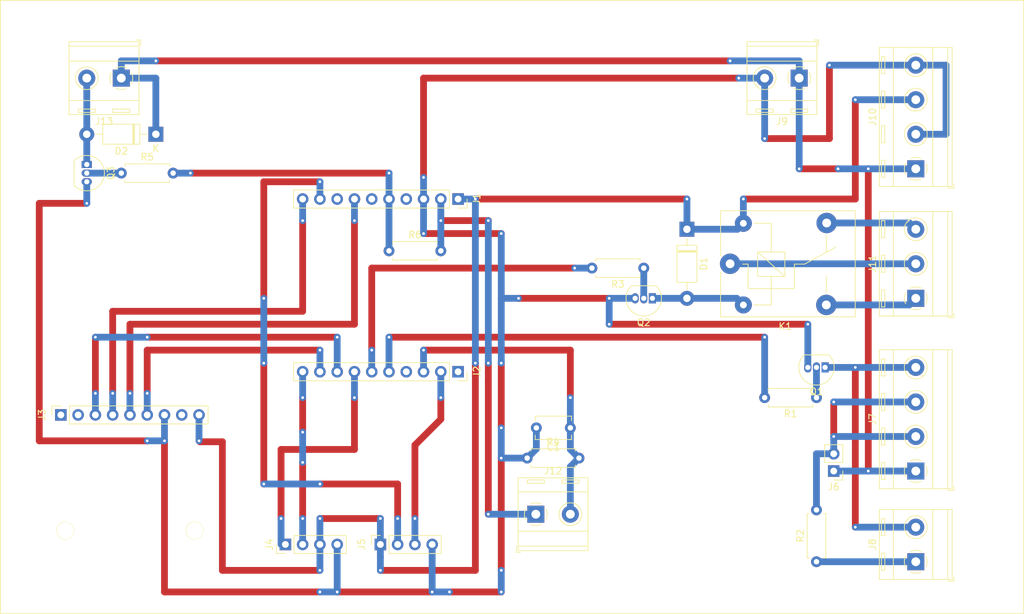
<source format=kicad_pcb>
(kicad_pcb (version 20171130) (host pcbnew 5.1.5+dfsg1-2build2)

  (general
    (thickness 1.6)
    (drawings 6)
    (tracks 304)
    (zones 0)
    (modules 28)
    (nets 28)
  )

  (page A4)
  (title_block
    (title "NodeOven (based on ESP32-PoE)")
    (date 2020-07-25)
    (rev "V0.1 Concept")
    (company "MakerSpace Leiden")
    (comment 1 "Hans Beerman")
  )

  (layers
    (0 F.Cu signal)
    (31 B.Cu signal)
    (32 B.Adhes user)
    (33 F.Adhes user)
    (34 B.Paste user)
    (35 F.Paste user)
    (36 B.SilkS user)
    (37 F.SilkS user)
    (38 B.Mask user)
    (39 F.Mask user)
    (40 Dwgs.User user)
    (41 Cmts.User user)
    (42 Eco1.User user)
    (43 Eco2.User user)
    (44 Edge.Cuts user)
    (45 Margin user)
    (46 B.CrtYd user)
    (47 F.CrtYd user)
    (48 B.Fab user)
    (49 F.Fab user)
  )

  (setup
    (last_trace_width 1)
    (user_trace_width 0.5)
    (user_trace_width 0.75)
    (user_trace_width 1)
    (user_trace_width 1.5)
    (user_trace_width 2)
    (trace_clearance 0.2)
    (zone_clearance 0.508)
    (zone_45_only no)
    (trace_min 0.2)
    (via_size 0.8)
    (via_drill 0.4)
    (via_min_size 0.4)
    (via_min_drill 0.3)
    (uvia_size 0.3)
    (uvia_drill 0.1)
    (uvias_allowed no)
    (uvia_min_size 0.2)
    (uvia_min_drill 0.1)
    (edge_width 0.05)
    (segment_width 0.2)
    (pcb_text_width 0.3)
    (pcb_text_size 1.5 1.5)
    (mod_edge_width 0.12)
    (mod_text_size 1 1)
    (mod_text_width 0.15)
    (pad_size 1.524 1.524)
    (pad_drill 0.762)
    (pad_to_mask_clearance 0.051)
    (solder_mask_min_width 0.25)
    (aux_axis_origin 0 0)
    (visible_elements FFFFFF7F)
    (pcbplotparams
      (layerselection 0x010fc_ffffffff)
      (usegerberextensions false)
      (usegerberattributes false)
      (usegerberadvancedattributes false)
      (creategerberjobfile false)
      (excludeedgelayer true)
      (linewidth 0.100000)
      (plotframeref false)
      (viasonmask false)
      (mode 1)
      (useauxorigin false)
      (hpglpennumber 1)
      (hpglpenspeed 20)
      (hpglpendiameter 15.000000)
      (psnegative false)
      (psa4output false)
      (plotreference true)
      (plotvalue true)
      (plotinvisibletext false)
      (padsonsilk false)
      (subtractmaskfromsilk false)
      (outputformat 1)
      (mirror false)
      (drillshape 1)
      (scaleselection 1)
      (outputdirectory ""))
  )

  (net 0 "")
  (net 1 GND)
  (net 2 GPI35)
  (net 3 "Net-(D1-Pad2)")
  (net 4 +5V)
  (net 5 GPIO5_SPI_C5)
  (net 6 GPIO4_U1TXD)
  (net 7 GPIO2_HS2_DATA0)
  (net 8 GPIO0)
  (net 9 GPIO13_I2C-SDA)
  (net 10 GPIO14_HS2_CLK)
  (net 11 GPIO15_HS2_CMD)
  (net 12 GPIO16_I2C-SCL)
  (net 13 GPIO32)
  (net 14 GPIO33)
  (net 15 GPI36_U1RXD)
  (net 16 "Net-(J6-Pad2)")
  (net 17 +12V)
  (net 18 "Net-(J7-Pad4)")
  (net 19 "Net-(J8-Pad1)")
  (net 20 "Net-(J11-Pad3)")
  (net 21 "Net-(J11-Pad2)")
  (net 22 "Net-(J11-Pad1)")
  (net 23 "Net-(Q1-Pad2)")
  (net 24 "Net-(Q2-Pad2)")
  (net 25 "Net-(Q3-Pad2)")
  (net 26 +3V3)
  (net 27 "Net-(D2-Pad2)")

  (net_class Default "This is the default net class."
    (clearance 0.2)
    (trace_width 0.25)
    (via_dia 0.8)
    (via_drill 0.4)
    (uvia_dia 0.3)
    (uvia_drill 0.1)
    (add_net +12V)
    (add_net +3V3)
    (add_net +5V)
    (add_net GND)
    (add_net GPI35)
    (add_net GPI36_U1RXD)
    (add_net GPIO0)
    (add_net GPIO13_I2C-SDA)
    (add_net GPIO14_HS2_CLK)
    (add_net GPIO15_HS2_CMD)
    (add_net GPIO16_I2C-SCL)
    (add_net GPIO2_HS2_DATA0)
    (add_net GPIO32)
    (add_net GPIO33)
    (add_net GPIO4_U1TXD)
    (add_net GPIO5_SPI_C5)
    (add_net "Net-(D1-Pad2)")
    (add_net "Net-(D2-Pad2)")
    (add_net "Net-(J11-Pad1)")
    (add_net "Net-(J11-Pad2)")
    (add_net "Net-(J11-Pad3)")
    (add_net "Net-(J6-Pad2)")
    (add_net "Net-(J7-Pad4)")
    (add_net "Net-(J8-Pad1)")
    (add_net "Net-(Q1-Pad2)")
    (add_net "Net-(Q2-Pad2)")
    (add_net "Net-(Q3-Pad2)")
  )

  (module MountingHole:MountingHole_2.5mm (layer F.Cu) (tedit 56D1B4CB) (tstamp 5F1C5550)
    (at 100.32 124.96)
    (descr "Mounting Hole 2.5mm, no annular")
    (tags "mounting hole 2.5mm no annular")
    (attr virtual)
    (fp_text reference REF** (at 0 -3.5) (layer F.SilkS) hide
      (effects (font (size 1 1) (thickness 0.15)))
    )
    (fp_text value MountingHole_2.5mm (at 0 3.5) (layer F.Fab)
      (effects (font (size 1 1) (thickness 0.15)))
    )
    (fp_circle (center 0 0) (end 2.75 0) (layer F.CrtYd) (width 0.05))
    (fp_circle (center 0 0) (end 2.5 0) (layer Cmts.User) (width 0.15))
    (fp_text user %R (at 0.3 0) (layer F.Fab)
      (effects (font (size 1 1) (thickness 0.15)))
    )
    (pad 1 np_thru_hole circle (at 0 0) (size 2.5 2.5) (drill 2.5) (layers *.Cu *.Mask))
  )

  (module MountingHole:MountingHole_2.5mm (layer F.Cu) (tedit 56D1B4CB) (tstamp 5F1C553A)
    (at 81.31 124.95)
    (descr "Mounting Hole 2.5mm, no annular")
    (tags "mounting hole 2.5mm no annular")
    (attr virtual)
    (fp_text reference REF** (at 0 -3.5) (layer F.SilkS) hide
      (effects (font (size 1 1) (thickness 0.15)))
    )
    (fp_text value MountingHole_2.5mm (at 0 3.5) (layer F.Fab)
      (effects (font (size 1 1) (thickness 0.15)))
    )
    (fp_circle (center 0 0) (end 2.75 0) (layer F.CrtYd) (width 0.05))
    (fp_circle (center 0 0) (end 2.5 0) (layer Cmts.User) (width 0.15))
    (fp_text user %R (at 0.3 0) (layer F.Fab)
      (effects (font (size 1 1) (thickness 0.15)))
    )
    (pad 1 np_thru_hole circle (at 0 0) (size 2.5 2.5) (drill 2.5) (layers *.Cu *.Mask))
  )

  (module Resistor_THT:R_Axial_DIN0207_L6.3mm_D2.5mm_P7.62mm_Horizontal (layer F.Cu) (tedit 5AE5139B) (tstamp 5F19E5DB)
    (at 128.905 83.82)
    (descr "Resistor, Axial_DIN0207 series, Axial, Horizontal, pin pitch=7.62mm, 0.25W = 1/4W, length*diameter=6.3*2.5mm^2, http://cdn-reichelt.de/documents/datenblatt/B400/1_4W%23YAG.pdf")
    (tags "Resistor Axial_DIN0207 series Axial Horizontal pin pitch 7.62mm 0.25W = 1/4W length 6.3mm diameter 2.5mm")
    (path /5F1A0E57)
    (fp_text reference R6 (at 3.81 -2.37) (layer F.SilkS)
      (effects (font (size 1 1) (thickness 0.15)))
    )
    (fp_text value 1k (at 3.81 2.37) (layer F.Fab)
      (effects (font (size 1 1) (thickness 0.15)))
    )
    (fp_text user %R (at 3.81 0) (layer F.Fab)
      (effects (font (size 1 1) (thickness 0.15)))
    )
    (fp_line (start 8.67 -1.5) (end -1.05 -1.5) (layer F.CrtYd) (width 0.05))
    (fp_line (start 8.67 1.5) (end 8.67 -1.5) (layer F.CrtYd) (width 0.05))
    (fp_line (start -1.05 1.5) (end 8.67 1.5) (layer F.CrtYd) (width 0.05))
    (fp_line (start -1.05 -1.5) (end -1.05 1.5) (layer F.CrtYd) (width 0.05))
    (fp_line (start 7.08 1.37) (end 7.08 1.04) (layer F.SilkS) (width 0.12))
    (fp_line (start 0.54 1.37) (end 7.08 1.37) (layer F.SilkS) (width 0.12))
    (fp_line (start 0.54 1.04) (end 0.54 1.37) (layer F.SilkS) (width 0.12))
    (fp_line (start 7.08 -1.37) (end 7.08 -1.04) (layer F.SilkS) (width 0.12))
    (fp_line (start 0.54 -1.37) (end 7.08 -1.37) (layer F.SilkS) (width 0.12))
    (fp_line (start 0.54 -1.04) (end 0.54 -1.37) (layer F.SilkS) (width 0.12))
    (fp_line (start 7.62 0) (end 6.96 0) (layer F.Fab) (width 0.1))
    (fp_line (start 0 0) (end 0.66 0) (layer F.Fab) (width 0.1))
    (fp_line (start 6.96 -1.25) (end 0.66 -1.25) (layer F.Fab) (width 0.1))
    (fp_line (start 6.96 1.25) (end 6.96 -1.25) (layer F.Fab) (width 0.1))
    (fp_line (start 0.66 1.25) (end 6.96 1.25) (layer F.Fab) (width 0.1))
    (fp_line (start 0.66 -1.25) (end 0.66 1.25) (layer F.Fab) (width 0.1))
    (pad 2 thru_hole oval (at 7.62 0) (size 1.6 1.6) (drill 0.8) (layers *.Cu *.Mask)
      (net 26 +3V3))
    (pad 1 thru_hole circle (at 0 0) (size 1.6 1.6) (drill 0.8) (layers *.Cu *.Mask)
      (net 8 GPIO0))
    (model ${KISYS3DMOD}/Resistor_THT.3dshapes/R_Axial_DIN0207_L6.3mm_D2.5mm_P7.62mm_Horizontal.wrl
      (at (xyz 0 0 0))
      (scale (xyz 1 1 1))
      (rotate (xyz 0 0 0))
    )
  )

  (module Package_TO_SOT_THT:TO-92_Inline (layer F.Cu) (tedit 5A1DD157) (tstamp 5F10EB62)
    (at 167.64 90.805 180)
    (descr "TO-92 leads in-line, narrow, oval pads, drill 0.75mm (see NXP sot054_po.pdf)")
    (tags "to-92 sc-43 sc-43a sot54 PA33 transistor")
    (path /5F15F6BB)
    (fp_text reference Q2 (at 1.27 -3.56) (layer F.SilkS)
      (effects (font (size 1 1) (thickness 0.15)))
    )
    (fp_text value BC547 (at 1.27 2.79) (layer F.Fab)
      (effects (font (size 1 1) (thickness 0.15)))
    )
    (fp_arc (start 1.27 0) (end 1.27 -2.6) (angle 135) (layer F.SilkS) (width 0.12))
    (fp_arc (start 1.27 0) (end 1.27 -2.48) (angle -135) (layer F.Fab) (width 0.1))
    (fp_arc (start 1.27 0) (end 1.27 -2.6) (angle -135) (layer F.SilkS) (width 0.12))
    (fp_arc (start 1.27 0) (end 1.27 -2.48) (angle 135) (layer F.Fab) (width 0.1))
    (fp_line (start 4 2.01) (end -1.46 2.01) (layer F.CrtYd) (width 0.05))
    (fp_line (start 4 2.01) (end 4 -2.73) (layer F.CrtYd) (width 0.05))
    (fp_line (start -1.46 -2.73) (end -1.46 2.01) (layer F.CrtYd) (width 0.05))
    (fp_line (start -1.46 -2.73) (end 4 -2.73) (layer F.CrtYd) (width 0.05))
    (fp_line (start -0.5 1.75) (end 3 1.75) (layer F.Fab) (width 0.1))
    (fp_line (start -0.53 1.85) (end 3.07 1.85) (layer F.SilkS) (width 0.12))
    (fp_text user %R (at 1.27 -3.56) (layer F.Fab)
      (effects (font (size 1 1) (thickness 0.15)))
    )
    (pad 1 thru_hole rect (at 0 0 180) (size 1.05 1.5) (drill 0.75) (layers *.Cu *.Mask)
      (net 3 "Net-(D1-Pad2)"))
    (pad 3 thru_hole oval (at 2.54 0 180) (size 1.05 1.5) (drill 0.75) (layers *.Cu *.Mask)
      (net 1 GND))
    (pad 2 thru_hole oval (at 1.27 0 180) (size 1.05 1.5) (drill 0.75) (layers *.Cu *.Mask)
      (net 24 "Net-(Q2-Pad2)"))
    (model ${KISYS3DMOD}/Package_TO_SOT_THT.3dshapes/TO-92_Inline.wrl
      (at (xyz 0 0 0))
      (scale (xyz 1 1 1))
      (rotate (xyz 0 0 0))
    )
  )

  (module Diode_THT:D_DO-41_SOD81_P10.16mm_Horizontal (layer F.Cu) (tedit 5AE50CD5) (tstamp 5F18814E)
    (at 94.615 66.675 180)
    (descr "Diode, DO-41_SOD81 series, Axial, Horizontal, pin pitch=10.16mm, , length*diameter=5.2*2.7mm^2, , http://www.diodes.com/_files/packages/DO-41%20(Plastic).pdf")
    (tags "Diode DO-41_SOD81 series Axial Horizontal pin pitch 10.16mm  length 5.2mm diameter 2.7mm")
    (path /5F18A85C)
    (fp_text reference D2 (at 5.08 -2.47) (layer F.SilkS)
      (effects (font (size 1 1) (thickness 0.15)))
    )
    (fp_text value 1N4004 (at 5.08 2.47) (layer F.Fab)
      (effects (font (size 1 1) (thickness 0.15)))
    )
    (fp_text user K (at 0 -2.1) (layer F.SilkS)
      (effects (font (size 1 1) (thickness 0.15)))
    )
    (fp_text user K (at 0 -2.1) (layer F.Fab)
      (effects (font (size 1 1) (thickness 0.15)))
    )
    (fp_text user %R (at 5.47 0) (layer F.Fab)
      (effects (font (size 1 1) (thickness 0.15)))
    )
    (fp_line (start 11.51 -1.6) (end -1.35 -1.6) (layer F.CrtYd) (width 0.05))
    (fp_line (start 11.51 1.6) (end 11.51 -1.6) (layer F.CrtYd) (width 0.05))
    (fp_line (start -1.35 1.6) (end 11.51 1.6) (layer F.CrtYd) (width 0.05))
    (fp_line (start -1.35 -1.6) (end -1.35 1.6) (layer F.CrtYd) (width 0.05))
    (fp_line (start 3.14 -1.47) (end 3.14 1.47) (layer F.SilkS) (width 0.12))
    (fp_line (start 3.38 -1.47) (end 3.38 1.47) (layer F.SilkS) (width 0.12))
    (fp_line (start 3.26 -1.47) (end 3.26 1.47) (layer F.SilkS) (width 0.12))
    (fp_line (start 8.82 0) (end 7.8 0) (layer F.SilkS) (width 0.12))
    (fp_line (start 1.34 0) (end 2.36 0) (layer F.SilkS) (width 0.12))
    (fp_line (start 7.8 -1.47) (end 2.36 -1.47) (layer F.SilkS) (width 0.12))
    (fp_line (start 7.8 1.47) (end 7.8 -1.47) (layer F.SilkS) (width 0.12))
    (fp_line (start 2.36 1.47) (end 7.8 1.47) (layer F.SilkS) (width 0.12))
    (fp_line (start 2.36 -1.47) (end 2.36 1.47) (layer F.SilkS) (width 0.12))
    (fp_line (start 3.16 -1.35) (end 3.16 1.35) (layer F.Fab) (width 0.1))
    (fp_line (start 3.36 -1.35) (end 3.36 1.35) (layer F.Fab) (width 0.1))
    (fp_line (start 3.26 -1.35) (end 3.26 1.35) (layer F.Fab) (width 0.1))
    (fp_line (start 10.16 0) (end 7.68 0) (layer F.Fab) (width 0.1))
    (fp_line (start 0 0) (end 2.48 0) (layer F.Fab) (width 0.1))
    (fp_line (start 7.68 -1.35) (end 2.48 -1.35) (layer F.Fab) (width 0.1))
    (fp_line (start 7.68 1.35) (end 7.68 -1.35) (layer F.Fab) (width 0.1))
    (fp_line (start 2.48 1.35) (end 7.68 1.35) (layer F.Fab) (width 0.1))
    (fp_line (start 2.48 -1.35) (end 2.48 1.35) (layer F.Fab) (width 0.1))
    (pad 2 thru_hole oval (at 10.16 0 180) (size 2.2 2.2) (drill 1.1) (layers *.Cu *.Mask)
      (net 27 "Net-(D2-Pad2)"))
    (pad 1 thru_hole rect (at 0 0 180) (size 2.2 2.2) (drill 1.1) (layers *.Cu *.Mask)
      (net 17 +12V))
    (model ${KISYS3DMOD}/Diode_THT.3dshapes/D_DO-41_SOD81_P10.16mm_Horizontal.wrl
      (at (xyz 0 0 0))
      (scale (xyz 1 1 1))
      (rotate (xyz 0 0 0))
    )
  )

  (module Connector_PinHeader_2.54mm:PinHeader_1x02_P2.54mm_Vertical (layer F.Cu) (tedit 59FED5CC) (tstamp 5F10E91C)
    (at 194.31 116.205 180)
    (descr "Through hole straight pin header, 1x02, 2.54mm pitch, single row")
    (tags "Through hole pin header THT 1x02 2.54mm single row")
    (path /5F17BE8C)
    (fp_text reference J6 (at 0 -2.33) (layer F.SilkS)
      (effects (font (size 1 1) (thickness 0.15)))
    )
    (fp_text value Conn_01x02 (at 0 4.87) (layer F.Fab)
      (effects (font (size 1 1) (thickness 0.15)))
    )
    (fp_text user %R (at 0 1.27 90) (layer F.Fab)
      (effects (font (size 1 1) (thickness 0.15)))
    )
    (fp_line (start 1.8 -1.8) (end -1.8 -1.8) (layer F.CrtYd) (width 0.05))
    (fp_line (start 1.8 4.35) (end 1.8 -1.8) (layer F.CrtYd) (width 0.05))
    (fp_line (start -1.8 4.35) (end 1.8 4.35) (layer F.CrtYd) (width 0.05))
    (fp_line (start -1.8 -1.8) (end -1.8 4.35) (layer F.CrtYd) (width 0.05))
    (fp_line (start -1.33 -1.33) (end 0 -1.33) (layer F.SilkS) (width 0.12))
    (fp_line (start -1.33 0) (end -1.33 -1.33) (layer F.SilkS) (width 0.12))
    (fp_line (start -1.33 1.27) (end 1.33 1.27) (layer F.SilkS) (width 0.12))
    (fp_line (start 1.33 1.27) (end 1.33 3.87) (layer F.SilkS) (width 0.12))
    (fp_line (start -1.33 1.27) (end -1.33 3.87) (layer F.SilkS) (width 0.12))
    (fp_line (start -1.33 3.87) (end 1.33 3.87) (layer F.SilkS) (width 0.12))
    (fp_line (start -1.27 -0.635) (end -0.635 -1.27) (layer F.Fab) (width 0.1))
    (fp_line (start -1.27 3.81) (end -1.27 -0.635) (layer F.Fab) (width 0.1))
    (fp_line (start 1.27 3.81) (end -1.27 3.81) (layer F.Fab) (width 0.1))
    (fp_line (start 1.27 -1.27) (end 1.27 3.81) (layer F.Fab) (width 0.1))
    (fp_line (start -0.635 -1.27) (end 1.27 -1.27) (layer F.Fab) (width 0.1))
    (pad 2 thru_hole oval (at 0 2.54 180) (size 1.7 1.7) (drill 1) (layers *.Cu *.Mask)
      (net 16 "Net-(J6-Pad2)"))
    (pad 1 thru_hole rect (at 0 0 180) (size 1.7 1.7) (drill 1) (layers *.Cu *.Mask)
      (net 17 +12V))
    (model ${KISYS3DMOD}/Connector_PinHeader_2.54mm.3dshapes/PinHeader_1x02_P2.54mm_Vertical.wrl
      (at (xyz 0 0 0))
      (scale (xyz 1 1 1))
      (rotate (xyz 0 0 0))
    )
  )

  (module Resistor_THT:R_Axial_DIN0207_L6.3mm_D2.5mm_P7.62mm_Horizontal (layer F.Cu) (tedit 5AE5139B) (tstamp 5F10EBE7)
    (at 89.535 72.39)
    (descr "Resistor, Axial_DIN0207 series, Axial, Horizontal, pin pitch=7.62mm, 0.25W = 1/4W, length*diameter=6.3*2.5mm^2, http://cdn-reichelt.de/documents/datenblatt/B400/1_4W%23YAG.pdf")
    (tags "Resistor Axial_DIN0207 series Axial Horizontal pin pitch 7.62mm 0.25W = 1/4W length 6.3mm diameter 2.5mm")
    (path /5F16FDB7)
    (fp_text reference R5 (at 3.81 -2.37) (layer F.SilkS)
      (effects (font (size 1 1) (thickness 0.15)))
    )
    (fp_text value 1k (at 3.81 2.37) (layer F.Fab)
      (effects (font (size 1 1) (thickness 0.15)))
    )
    (fp_text user %R (at 3.81 0) (layer F.Fab)
      (effects (font (size 1 1) (thickness 0.15)))
    )
    (fp_line (start 8.67 -1.5) (end -1.05 -1.5) (layer F.CrtYd) (width 0.05))
    (fp_line (start 8.67 1.5) (end 8.67 -1.5) (layer F.CrtYd) (width 0.05))
    (fp_line (start -1.05 1.5) (end 8.67 1.5) (layer F.CrtYd) (width 0.05))
    (fp_line (start -1.05 -1.5) (end -1.05 1.5) (layer F.CrtYd) (width 0.05))
    (fp_line (start 7.08 1.37) (end 7.08 1.04) (layer F.SilkS) (width 0.12))
    (fp_line (start 0.54 1.37) (end 7.08 1.37) (layer F.SilkS) (width 0.12))
    (fp_line (start 0.54 1.04) (end 0.54 1.37) (layer F.SilkS) (width 0.12))
    (fp_line (start 7.08 -1.37) (end 7.08 -1.04) (layer F.SilkS) (width 0.12))
    (fp_line (start 0.54 -1.37) (end 7.08 -1.37) (layer F.SilkS) (width 0.12))
    (fp_line (start 0.54 -1.04) (end 0.54 -1.37) (layer F.SilkS) (width 0.12))
    (fp_line (start 7.62 0) (end 6.96 0) (layer F.Fab) (width 0.1))
    (fp_line (start 0 0) (end 0.66 0) (layer F.Fab) (width 0.1))
    (fp_line (start 6.96 -1.25) (end 0.66 -1.25) (layer F.Fab) (width 0.1))
    (fp_line (start 6.96 1.25) (end 6.96 -1.25) (layer F.Fab) (width 0.1))
    (fp_line (start 0.66 1.25) (end 6.96 1.25) (layer F.Fab) (width 0.1))
    (fp_line (start 0.66 -1.25) (end 0.66 1.25) (layer F.Fab) (width 0.1))
    (pad 2 thru_hole oval (at 7.62 0) (size 1.6 1.6) (drill 0.8) (layers *.Cu *.Mask)
      (net 8 GPIO0))
    (pad 1 thru_hole circle (at 0 0) (size 1.6 1.6) (drill 0.8) (layers *.Cu *.Mask)
      (net 25 "Net-(Q3-Pad2)"))
    (model ${KISYS3DMOD}/Resistor_THT.3dshapes/R_Axial_DIN0207_L6.3mm_D2.5mm_P7.62mm_Horizontal.wrl
      (at (xyz 0 0 0))
      (scale (xyz 1 1 1))
      (rotate (xyz 0 0 0))
    )
  )

  (module Resistor_THT:R_Axial_DIN0207_L6.3mm_D2.5mm_P7.62mm_Horizontal (layer F.Cu) (tedit 5AE5139B) (tstamp 5F10EBD0)
    (at 149.225 114.3)
    (descr "Resistor, Axial_DIN0207 series, Axial, Horizontal, pin pitch=7.62mm, 0.25W = 1/4W, length*diameter=6.3*2.5mm^2, http://cdn-reichelt.de/documents/datenblatt/B400/1_4W%23YAG.pdf")
    (tags "Resistor Axial_DIN0207 series Axial Horizontal pin pitch 7.62mm 0.25W = 1/4W length 6.3mm diameter 2.5mm")
    (path /5F10758E)
    (fp_text reference R4 (at 3.81 -2.37) (layer F.SilkS)
      (effects (font (size 1 1) (thickness 0.15)))
    )
    (fp_text value 1k (at 3.81 2.37) (layer F.Fab)
      (effects (font (size 1 1) (thickness 0.15)))
    )
    (fp_text user %R (at 3.81 0) (layer F.Fab)
      (effects (font (size 1 1) (thickness 0.15)))
    )
    (fp_line (start 8.67 -1.5) (end -1.05 -1.5) (layer F.CrtYd) (width 0.05))
    (fp_line (start 8.67 1.5) (end 8.67 -1.5) (layer F.CrtYd) (width 0.05))
    (fp_line (start -1.05 1.5) (end 8.67 1.5) (layer F.CrtYd) (width 0.05))
    (fp_line (start -1.05 -1.5) (end -1.05 1.5) (layer F.CrtYd) (width 0.05))
    (fp_line (start 7.08 1.37) (end 7.08 1.04) (layer F.SilkS) (width 0.12))
    (fp_line (start 0.54 1.37) (end 7.08 1.37) (layer F.SilkS) (width 0.12))
    (fp_line (start 0.54 1.04) (end 0.54 1.37) (layer F.SilkS) (width 0.12))
    (fp_line (start 7.08 -1.37) (end 7.08 -1.04) (layer F.SilkS) (width 0.12))
    (fp_line (start 0.54 -1.37) (end 7.08 -1.37) (layer F.SilkS) (width 0.12))
    (fp_line (start 0.54 -1.04) (end 0.54 -1.37) (layer F.SilkS) (width 0.12))
    (fp_line (start 7.62 0) (end 6.96 0) (layer F.Fab) (width 0.1))
    (fp_line (start 0 0) (end 0.66 0) (layer F.Fab) (width 0.1))
    (fp_line (start 6.96 -1.25) (end 0.66 -1.25) (layer F.Fab) (width 0.1))
    (fp_line (start 6.96 1.25) (end 6.96 -1.25) (layer F.Fab) (width 0.1))
    (fp_line (start 0.66 1.25) (end 6.96 1.25) (layer F.Fab) (width 0.1))
    (fp_line (start 0.66 -1.25) (end 0.66 1.25) (layer F.Fab) (width 0.1))
    (pad 2 thru_hole oval (at 7.62 0) (size 1.6 1.6) (drill 0.8) (layers *.Cu *.Mask)
      (net 2 GPI35))
    (pad 1 thru_hole circle (at 0 0) (size 1.6 1.6) (drill 0.8) (layers *.Cu *.Mask)
      (net 1 GND))
    (model ${KISYS3DMOD}/Resistor_THT.3dshapes/R_Axial_DIN0207_L6.3mm_D2.5mm_P7.62mm_Horizontal.wrl
      (at (xyz 0 0 0))
      (scale (xyz 1 1 1))
      (rotate (xyz 0 0 0))
    )
  )

  (module Resistor_THT:R_Axial_DIN0207_L6.3mm_D2.5mm_P7.62mm_Horizontal (layer F.Cu) (tedit 5AE5139B) (tstamp 5F10EBB9)
    (at 166.37 86.36 180)
    (descr "Resistor, Axial_DIN0207 series, Axial, Horizontal, pin pitch=7.62mm, 0.25W = 1/4W, length*diameter=6.3*2.5mm^2, http://cdn-reichelt.de/documents/datenblatt/B400/1_4W%23YAG.pdf")
    (tags "Resistor Axial_DIN0207 series Axial Horizontal pin pitch 7.62mm 0.25W = 1/4W length 6.3mm diameter 2.5mm")
    (path /5F15F6CC)
    (fp_text reference R3 (at 3.81 -2.37) (layer F.SilkS)
      (effects (font (size 1 1) (thickness 0.15)))
    )
    (fp_text value 1k (at 3.81 2.37) (layer F.Fab)
      (effects (font (size 1 1) (thickness 0.15)))
    )
    (fp_text user %R (at 3.81 0) (layer F.Fab)
      (effects (font (size 1 1) (thickness 0.15)))
    )
    (fp_line (start 8.67 -1.5) (end -1.05 -1.5) (layer F.CrtYd) (width 0.05))
    (fp_line (start 8.67 1.5) (end 8.67 -1.5) (layer F.CrtYd) (width 0.05))
    (fp_line (start -1.05 1.5) (end 8.67 1.5) (layer F.CrtYd) (width 0.05))
    (fp_line (start -1.05 -1.5) (end -1.05 1.5) (layer F.CrtYd) (width 0.05))
    (fp_line (start 7.08 1.37) (end 7.08 1.04) (layer F.SilkS) (width 0.12))
    (fp_line (start 0.54 1.37) (end 7.08 1.37) (layer F.SilkS) (width 0.12))
    (fp_line (start 0.54 1.04) (end 0.54 1.37) (layer F.SilkS) (width 0.12))
    (fp_line (start 7.08 -1.37) (end 7.08 -1.04) (layer F.SilkS) (width 0.12))
    (fp_line (start 0.54 -1.37) (end 7.08 -1.37) (layer F.SilkS) (width 0.12))
    (fp_line (start 0.54 -1.04) (end 0.54 -1.37) (layer F.SilkS) (width 0.12))
    (fp_line (start 7.62 0) (end 6.96 0) (layer F.Fab) (width 0.1))
    (fp_line (start 0 0) (end 0.66 0) (layer F.Fab) (width 0.1))
    (fp_line (start 6.96 -1.25) (end 0.66 -1.25) (layer F.Fab) (width 0.1))
    (fp_line (start 6.96 1.25) (end 6.96 -1.25) (layer F.Fab) (width 0.1))
    (fp_line (start 0.66 1.25) (end 6.96 1.25) (layer F.Fab) (width 0.1))
    (fp_line (start 0.66 -1.25) (end 0.66 1.25) (layer F.Fab) (width 0.1))
    (pad 2 thru_hole oval (at 7.62 0 180) (size 1.6 1.6) (drill 0.8) (layers *.Cu *.Mask)
      (net 13 GPIO32))
    (pad 1 thru_hole circle (at 0 0 180) (size 1.6 1.6) (drill 0.8) (layers *.Cu *.Mask)
      (net 24 "Net-(Q2-Pad2)"))
    (model ${KISYS3DMOD}/Resistor_THT.3dshapes/R_Axial_DIN0207_L6.3mm_D2.5mm_P7.62mm_Horizontal.wrl
      (at (xyz 0 0 0))
      (scale (xyz 1 1 1))
      (rotate (xyz 0 0 0))
    )
  )

  (module Resistor_THT:R_Axial_DIN0207_L6.3mm_D2.5mm_P7.62mm_Horizontal (layer F.Cu) (tedit 5AE5139B) (tstamp 5F10EBA2)
    (at 191.77 129.54 90)
    (descr "Resistor, Axial_DIN0207 series, Axial, Horizontal, pin pitch=7.62mm, 0.25W = 1/4W, length*diameter=6.3*2.5mm^2, http://cdn-reichelt.de/documents/datenblatt/B400/1_4W%23YAG.pdf")
    (tags "Resistor Axial_DIN0207 series Axial Horizontal pin pitch 7.62mm 0.25W = 1/4W length 6.3mm diameter 2.5mm")
    (path /5F1A2CE6)
    (fp_text reference R2 (at 3.81 -2.37 90) (layer F.SilkS)
      (effects (font (size 1 1) (thickness 0.15)))
    )
    (fp_text value 1k (at 3.81 2.37 90) (layer F.Fab)
      (effects (font (size 1 1) (thickness 0.15)))
    )
    (fp_text user %R (at 3.81 0 90) (layer F.Fab)
      (effects (font (size 1 1) (thickness 0.15)))
    )
    (fp_line (start 8.67 -1.5) (end -1.05 -1.5) (layer F.CrtYd) (width 0.05))
    (fp_line (start 8.67 1.5) (end 8.67 -1.5) (layer F.CrtYd) (width 0.05))
    (fp_line (start -1.05 1.5) (end 8.67 1.5) (layer F.CrtYd) (width 0.05))
    (fp_line (start -1.05 -1.5) (end -1.05 1.5) (layer F.CrtYd) (width 0.05))
    (fp_line (start 7.08 1.37) (end 7.08 1.04) (layer F.SilkS) (width 0.12))
    (fp_line (start 0.54 1.37) (end 7.08 1.37) (layer F.SilkS) (width 0.12))
    (fp_line (start 0.54 1.04) (end 0.54 1.37) (layer F.SilkS) (width 0.12))
    (fp_line (start 7.08 -1.37) (end 7.08 -1.04) (layer F.SilkS) (width 0.12))
    (fp_line (start 0.54 -1.37) (end 7.08 -1.37) (layer F.SilkS) (width 0.12))
    (fp_line (start 0.54 -1.04) (end 0.54 -1.37) (layer F.SilkS) (width 0.12))
    (fp_line (start 7.62 0) (end 6.96 0) (layer F.Fab) (width 0.1))
    (fp_line (start 0 0) (end 0.66 0) (layer F.Fab) (width 0.1))
    (fp_line (start 6.96 -1.25) (end 0.66 -1.25) (layer F.Fab) (width 0.1))
    (fp_line (start 6.96 1.25) (end 6.96 -1.25) (layer F.Fab) (width 0.1))
    (fp_line (start 0.66 1.25) (end 6.96 1.25) (layer F.Fab) (width 0.1))
    (fp_line (start 0.66 -1.25) (end 0.66 1.25) (layer F.Fab) (width 0.1))
    (pad 2 thru_hole oval (at 7.62 0 90) (size 1.6 1.6) (drill 0.8) (layers *.Cu *.Mask)
      (net 16 "Net-(J6-Pad2)"))
    (pad 1 thru_hole circle (at 0 0 90) (size 1.6 1.6) (drill 0.8) (layers *.Cu *.Mask)
      (net 19 "Net-(J8-Pad1)"))
    (model ${KISYS3DMOD}/Resistor_THT.3dshapes/R_Axial_DIN0207_L6.3mm_D2.5mm_P7.62mm_Horizontal.wrl
      (at (xyz 0 0 0))
      (scale (xyz 1 1 1))
      (rotate (xyz 0 0 0))
    )
  )

  (module Resistor_THT:R_Axial_DIN0207_L6.3mm_D2.5mm_P7.62mm_Horizontal (layer F.Cu) (tedit 5AE5139B) (tstamp 5F10EB8B)
    (at 191.77 105.41 180)
    (descr "Resistor, Axial_DIN0207 series, Axial, Horizontal, pin pitch=7.62mm, 0.25W = 1/4W, length*diameter=6.3*2.5mm^2, http://cdn-reichelt.de/documents/datenblatt/B400/1_4W%23YAG.pdf")
    (tags "Resistor Axial_DIN0207 series Axial Horizontal pin pitch 7.62mm 0.25W = 1/4W length 6.3mm diameter 2.5mm")
    (path /5F1070CE)
    (fp_text reference R1 (at 3.81 -2.37) (layer F.SilkS)
      (effects (font (size 1 1) (thickness 0.15)))
    )
    (fp_text value 1k (at 3.81 2.37) (layer F.Fab)
      (effects (font (size 1 1) (thickness 0.15)))
    )
    (fp_text user %R (at 3.81 0) (layer F.Fab)
      (effects (font (size 1 1) (thickness 0.15)))
    )
    (fp_line (start 8.67 -1.5) (end -1.05 -1.5) (layer F.CrtYd) (width 0.05))
    (fp_line (start 8.67 1.5) (end 8.67 -1.5) (layer F.CrtYd) (width 0.05))
    (fp_line (start -1.05 1.5) (end 8.67 1.5) (layer F.CrtYd) (width 0.05))
    (fp_line (start -1.05 -1.5) (end -1.05 1.5) (layer F.CrtYd) (width 0.05))
    (fp_line (start 7.08 1.37) (end 7.08 1.04) (layer F.SilkS) (width 0.12))
    (fp_line (start 0.54 1.37) (end 7.08 1.37) (layer F.SilkS) (width 0.12))
    (fp_line (start 0.54 1.04) (end 0.54 1.37) (layer F.SilkS) (width 0.12))
    (fp_line (start 7.08 -1.37) (end 7.08 -1.04) (layer F.SilkS) (width 0.12))
    (fp_line (start 0.54 -1.37) (end 7.08 -1.37) (layer F.SilkS) (width 0.12))
    (fp_line (start 0.54 -1.04) (end 0.54 -1.37) (layer F.SilkS) (width 0.12))
    (fp_line (start 7.62 0) (end 6.96 0) (layer F.Fab) (width 0.1))
    (fp_line (start 0 0) (end 0.66 0) (layer F.Fab) (width 0.1))
    (fp_line (start 6.96 -1.25) (end 0.66 -1.25) (layer F.Fab) (width 0.1))
    (fp_line (start 6.96 1.25) (end 6.96 -1.25) (layer F.Fab) (width 0.1))
    (fp_line (start 0.66 1.25) (end 6.96 1.25) (layer F.Fab) (width 0.1))
    (fp_line (start 0.66 -1.25) (end 0.66 1.25) (layer F.Fab) (width 0.1))
    (pad 2 thru_hole oval (at 7.62 0 180) (size 1.6 1.6) (drill 0.8) (layers *.Cu *.Mask)
      (net 14 GPIO33))
    (pad 1 thru_hole circle (at 0 0 180) (size 1.6 1.6) (drill 0.8) (layers *.Cu *.Mask)
      (net 23 "Net-(Q1-Pad2)"))
    (model ${KISYS3DMOD}/Resistor_THT.3dshapes/R_Axial_DIN0207_L6.3mm_D2.5mm_P7.62mm_Horizontal.wrl
      (at (xyz 0 0 0))
      (scale (xyz 1 1 1))
      (rotate (xyz 0 0 0))
    )
  )

  (module Package_TO_SOT_THT:TO-92_Inline (layer F.Cu) (tedit 5A1DD157) (tstamp 5F10EB74)
    (at 84.455 71.12 270)
    (descr "TO-92 leads in-line, narrow, oval pads, drill 0.75mm (see NXP sot054_po.pdf)")
    (tags "to-92 sc-43 sc-43a sot54 PA33 transistor")
    (path /5F16FDAA)
    (fp_text reference Q3 (at 1.27 -3.56 90) (layer F.SilkS)
      (effects (font (size 1 1) (thickness 0.15)))
    )
    (fp_text value BC547 (at 1.27 2.79 90) (layer F.Fab)
      (effects (font (size 1 1) (thickness 0.15)))
    )
    (fp_arc (start 1.27 0) (end 1.27 -2.6) (angle 135) (layer F.SilkS) (width 0.12))
    (fp_arc (start 1.27 0) (end 1.27 -2.48) (angle -135) (layer F.Fab) (width 0.1))
    (fp_arc (start 1.27 0) (end 1.27 -2.6) (angle -135) (layer F.SilkS) (width 0.12))
    (fp_arc (start 1.27 0) (end 1.27 -2.48) (angle 135) (layer F.Fab) (width 0.1))
    (fp_line (start 4 2.01) (end -1.46 2.01) (layer F.CrtYd) (width 0.05))
    (fp_line (start 4 2.01) (end 4 -2.73) (layer F.CrtYd) (width 0.05))
    (fp_line (start -1.46 -2.73) (end -1.46 2.01) (layer F.CrtYd) (width 0.05))
    (fp_line (start -1.46 -2.73) (end 4 -2.73) (layer F.CrtYd) (width 0.05))
    (fp_line (start -0.5 1.75) (end 3 1.75) (layer F.Fab) (width 0.1))
    (fp_line (start -0.53 1.85) (end 3.07 1.85) (layer F.SilkS) (width 0.12))
    (fp_text user %R (at 1.27 -3.56 90) (layer F.Fab)
      (effects (font (size 1 1) (thickness 0.15)))
    )
    (pad 1 thru_hole rect (at 0 0 270) (size 1.05 1.5) (drill 0.75) (layers *.Cu *.Mask)
      (net 27 "Net-(D2-Pad2)"))
    (pad 3 thru_hole oval (at 2.54 0 270) (size 1.05 1.5) (drill 0.75) (layers *.Cu *.Mask)
      (net 1 GND))
    (pad 2 thru_hole oval (at 1.27 0 270) (size 1.05 1.5) (drill 0.75) (layers *.Cu *.Mask)
      (net 25 "Net-(Q3-Pad2)"))
    (model ${KISYS3DMOD}/Package_TO_SOT_THT.3dshapes/TO-92_Inline.wrl
      (at (xyz 0 0 0))
      (scale (xyz 1 1 1))
      (rotate (xyz 0 0 0))
    )
  )

  (module Package_TO_SOT_THT:TO-92_Inline (layer F.Cu) (tedit 5A1DD157) (tstamp 5F10EB50)
    (at 193.04 100.965 180)
    (descr "TO-92 leads in-line, narrow, oval pads, drill 0.75mm (see NXP sot054_po.pdf)")
    (tags "to-92 sc-43 sc-43a sot54 PA33 transistor")
    (path /5F101B2E)
    (fp_text reference Q1 (at 1.27 -3.56) (layer F.SilkS)
      (effects (font (size 1 1) (thickness 0.15)))
    )
    (fp_text value BC547 (at 1.27 2.79) (layer F.Fab)
      (effects (font (size 1 1) (thickness 0.15)))
    )
    (fp_arc (start 1.27 0) (end 1.27 -2.6) (angle 135) (layer F.SilkS) (width 0.12))
    (fp_arc (start 1.27 0) (end 1.27 -2.48) (angle -135) (layer F.Fab) (width 0.1))
    (fp_arc (start 1.27 0) (end 1.27 -2.6) (angle -135) (layer F.SilkS) (width 0.12))
    (fp_arc (start 1.27 0) (end 1.27 -2.48) (angle 135) (layer F.Fab) (width 0.1))
    (fp_line (start 4 2.01) (end -1.46 2.01) (layer F.CrtYd) (width 0.05))
    (fp_line (start 4 2.01) (end 4 -2.73) (layer F.CrtYd) (width 0.05))
    (fp_line (start -1.46 -2.73) (end -1.46 2.01) (layer F.CrtYd) (width 0.05))
    (fp_line (start -1.46 -2.73) (end 4 -2.73) (layer F.CrtYd) (width 0.05))
    (fp_line (start -0.5 1.75) (end 3 1.75) (layer F.Fab) (width 0.1))
    (fp_line (start -0.53 1.85) (end 3.07 1.85) (layer F.SilkS) (width 0.12))
    (fp_text user %R (at 1.27 -3.56) (layer F.Fab)
      (effects (font (size 1 1) (thickness 0.15)))
    )
    (pad 1 thru_hole rect (at 0 0 180) (size 1.05 1.5) (drill 0.75) (layers *.Cu *.Mask)
      (net 18 "Net-(J7-Pad4)"))
    (pad 3 thru_hole oval (at 2.54 0 180) (size 1.05 1.5) (drill 0.75) (layers *.Cu *.Mask)
      (net 1 GND))
    (pad 2 thru_hole oval (at 1.27 0 180) (size 1.05 1.5) (drill 0.75) (layers *.Cu *.Mask)
      (net 23 "Net-(Q1-Pad2)"))
    (model ${KISYS3DMOD}/Package_TO_SOT_THT.3dshapes/TO-92_Inline.wrl
      (at (xyz 0 0 0))
      (scale (xyz 1 1 1))
      (rotate (xyz 0 0 0))
    )
  )

  (module Relay_THT:Relay_SPDT_SANYOU_SRD_Series_Form_C (layer F.Cu) (tedit 58FA3148) (tstamp 5F10EB3E)
    (at 179.07 85.725)
    (descr "relay Sanyou SRD series Form C http://www.sanyourelay.ca/public/products/pdf/SRD.pdf")
    (tags "relay Sanyu SRD form C")
    (path /5F15F6B5)
    (fp_text reference K1 (at 8.1 9.2) (layer F.SilkS)
      (effects (font (size 1 1) (thickness 0.15)))
    )
    (fp_text value SANYOU_SRD_Form_C (at 8 -9.6) (layer F.Fab)
      (effects (font (size 1 1) (thickness 0.15)))
    )
    (fp_line (start 8.05 1.85) (end 4.05 1.85) (layer F.SilkS) (width 0.12))
    (fp_line (start 8.05 -1.75) (end 8.05 1.85) (layer F.SilkS) (width 0.12))
    (fp_line (start 4.05 -1.75) (end 8.05 -1.75) (layer F.SilkS) (width 0.12))
    (fp_line (start 4.05 1.85) (end 4.05 -1.75) (layer F.SilkS) (width 0.12))
    (fp_line (start 8.05 1.85) (end 4.05 -1.75) (layer F.SilkS) (width 0.12))
    (fp_line (start 6.05 1.85) (end 6.05 6.05) (layer F.SilkS) (width 0.12))
    (fp_line (start 6.05 -5.95) (end 6.05 -1.75) (layer F.SilkS) (width 0.12))
    (fp_line (start 2.65 0.05) (end 2.65 3.65) (layer F.SilkS) (width 0.12))
    (fp_line (start 9.45 0.05) (end 9.45 3.65) (layer F.SilkS) (width 0.12))
    (fp_line (start 9.45 3.65) (end 2.65 3.65) (layer F.SilkS) (width 0.12))
    (fp_line (start 10.95 0.05) (end 15.55 -2.45) (layer F.SilkS) (width 0.12))
    (fp_line (start 9.45 0.05) (end 10.95 0.05) (layer F.SilkS) (width 0.12))
    (fp_line (start 6.05 -5.95) (end 3.55 -5.95) (layer F.SilkS) (width 0.12))
    (fp_line (start 2.65 0.05) (end 1.85 0.05) (layer F.SilkS) (width 0.12))
    (fp_line (start 3.55 6.05) (end 6.05 6.05) (layer F.SilkS) (width 0.12))
    (fp_line (start 14.15 -4.2) (end 14.15 -1.7) (layer F.SilkS) (width 0.12))
    (fp_line (start 14.15 4.2) (end 14.15 1.75) (layer F.SilkS) (width 0.12))
    (fp_line (start -1.55 7.95) (end 18.55 7.95) (layer F.CrtYd) (width 0.05))
    (fp_line (start 18.55 -7.95) (end 18.55 7.95) (layer F.CrtYd) (width 0.05))
    (fp_line (start -1.55 7.95) (end -1.55 -7.95) (layer F.CrtYd) (width 0.05))
    (fp_line (start 18.55 -7.95) (end -1.55 -7.95) (layer F.CrtYd) (width 0.05))
    (fp_text user %R (at 7.1 0.025) (layer F.Fab)
      (effects (font (size 1 1) (thickness 0.15)))
    )
    (fp_line (start -1.3 7.7) (end -1.3 -7.7) (layer F.Fab) (width 0.12))
    (fp_line (start 18.3 7.7) (end -1.3 7.7) (layer F.Fab) (width 0.12))
    (fp_line (start 18.3 -7.7) (end 18.3 7.7) (layer F.Fab) (width 0.12))
    (fp_line (start -1.3 -7.7) (end 18.3 -7.7) (layer F.Fab) (width 0.12))
    (fp_text user 1 (at 0 -2.3) (layer F.Fab)
      (effects (font (size 1 1) (thickness 0.15)))
    )
    (fp_line (start 18.4 7.8) (end -1.4 7.8) (layer F.SilkS) (width 0.12))
    (fp_line (start 18.4 -7.8) (end 18.4 7.8) (layer F.SilkS) (width 0.12))
    (fp_line (start -1.4 -7.8) (end 18.4 -7.8) (layer F.SilkS) (width 0.12))
    (fp_line (start -1.4 -7.8) (end -1.4 -1.2) (layer F.SilkS) (width 0.12))
    (fp_line (start -1.4 1.2) (end -1.4 7.8) (layer F.SilkS) (width 0.12))
    (pad 1 thru_hole circle (at 0 0 90) (size 3 3) (drill 1.3) (layers *.Cu *.Mask)
      (net 21 "Net-(J11-Pad2)"))
    (pad 5 thru_hole circle (at 1.95 -5.95 90) (size 2.5 2.5) (drill 1) (layers *.Cu *.Mask)
      (net 4 +5V))
    (pad 4 thru_hole circle (at 14.2 -6 90) (size 3 3) (drill 1.3) (layers *.Cu *.Mask)
      (net 20 "Net-(J11-Pad3)"))
    (pad 3 thru_hole circle (at 14.15 6.05 90) (size 3 3) (drill 1.3) (layers *.Cu *.Mask)
      (net 22 "Net-(J11-Pad1)"))
    (pad 2 thru_hole circle (at 1.95 6.05 90) (size 2.5 2.5) (drill 1) (layers *.Cu *.Mask)
      (net 3 "Net-(D1-Pad2)"))
    (model ${KISYS3DMOD}/Relay_THT.3dshapes/Relay_SPDT_SANYOU_SRD_Series_Form_C.wrl
      (at (xyz 0 0 0))
      (scale (xyz 1 1 1))
      (rotate (xyz 0 0 0))
    )
  )

  (module TerminalBlock_RND:TerminalBlock_RND_205-00287_1x02_P5.08mm_Horizontal (layer F.Cu) (tedit 5B294ECF) (tstamp 5F10EB15)
    (at 89.535 58.42 180)
    (descr "terminal block RND 205-00287, 2 pins, pitch 5.08mm, size 10.2x10.6mm^2, drill diamater 1.3mm, pad diameter 2.5mm, see http://cdn-reichelt.de/documents/datenblatt/C151/RND_205-00287_DB_EN.pdf, script-generated using https://github.com/pointhi/kicad-footprint-generator/scripts/TerminalBlock_RND")
    (tags "THT terminal block RND 205-00287 pitch 5.08mm size 10.2x10.6mm^2 drill 1.3mm pad 2.5mm")
    (path /5F165976)
    (fp_text reference J13 (at 2.54 -6.36) (layer F.SilkS)
      (effects (font (size 1 1) (thickness 0.15)))
    )
    (fp_text value Screw_Terminal_01x02 (at 2.54 6.36) (layer F.Fab)
      (effects (font (size 1 1) (thickness 0.15)))
    )
    (fp_text user %R (at 2.54 -6.36) (layer F.Fab)
      (effects (font (size 1 1) (thickness 0.15)))
    )
    (fp_line (start 8.13 -5.8) (end -3.04 -5.8) (layer F.CrtYd) (width 0.05))
    (fp_line (start 8.13 5.8) (end 8.13 -5.8) (layer F.CrtYd) (width 0.05))
    (fp_line (start -3.04 5.8) (end 8.13 5.8) (layer F.CrtYd) (width 0.05))
    (fp_line (start -3.04 -5.8) (end -3.04 5.8) (layer F.CrtYd) (width 0.05))
    (fp_line (start -2.84 5.6) (end -2.24 5.6) (layer F.SilkS) (width 0.12))
    (fp_line (start -2.84 4.76) (end -2.84 5.6) (layer F.SilkS) (width 0.12))
    (fp_line (start 6.33 -5.05) (end 6.33 -4.55) (layer F.SilkS) (width 0.12))
    (fp_line (start 3.83 -5.05) (end 3.83 -4.55) (layer F.SilkS) (width 0.12))
    (fp_line (start 3.83 -4.55) (end 6.33 -4.55) (layer F.SilkS) (width 0.12))
    (fp_line (start 3.83 -5.05) (end 6.33 -5.05) (layer F.SilkS) (width 0.12))
    (fp_line (start 6.33 -5.05) (end 3.83 -5.05) (layer F.Fab) (width 0.1))
    (fp_line (start 6.33 -4.55) (end 6.33 -5.05) (layer F.Fab) (width 0.1))
    (fp_line (start 3.83 -4.55) (end 6.33 -4.55) (layer F.Fab) (width 0.1))
    (fp_line (start 3.83 -5.05) (end 3.83 -4.55) (layer F.Fab) (width 0.1))
    (fp_line (start 3.9 0.976) (end 3.806 1.069) (layer F.SilkS) (width 0.12))
    (fp_line (start 6.15 -1.275) (end 6.091 -1.216) (layer F.SilkS) (width 0.12))
    (fp_line (start 4.07 1.216) (end 4.011 1.274) (layer F.SilkS) (width 0.12))
    (fp_line (start 6.355 -1.069) (end 6.261 -0.976) (layer F.SilkS) (width 0.12))
    (fp_line (start 6.035 -1.138) (end 3.943 0.955) (layer F.Fab) (width 0.1))
    (fp_line (start 6.218 -0.955) (end 4.126 1.138) (layer F.Fab) (width 0.1))
    (fp_line (start 1.25 -5.05) (end 1.25 -4.55) (layer F.SilkS) (width 0.12))
    (fp_line (start -1.25 -5.05) (end -1.25 -4.55) (layer F.SilkS) (width 0.12))
    (fp_line (start -1.25 -4.55) (end 1.25 -4.55) (layer F.SilkS) (width 0.12))
    (fp_line (start -1.25 -5.05) (end 1.25 -5.05) (layer F.SilkS) (width 0.12))
    (fp_line (start 1.25 -5.05) (end -1.25 -5.05) (layer F.Fab) (width 0.1))
    (fp_line (start 1.25 -4.55) (end 1.25 -5.05) (layer F.Fab) (width 0.1))
    (fp_line (start -1.25 -4.55) (end 1.25 -4.55) (layer F.Fab) (width 0.1))
    (fp_line (start -1.25 -5.05) (end -1.25 -4.55) (layer F.Fab) (width 0.1))
    (fp_line (start 0.955 -1.138) (end -1.138 0.955) (layer F.Fab) (width 0.1))
    (fp_line (start 1.138 -0.955) (end -0.955 1.138) (layer F.Fab) (width 0.1))
    (fp_line (start 7.68 -5.36) (end 7.68 5.36) (layer F.SilkS) (width 0.12))
    (fp_line (start -2.6 -5.36) (end -2.6 5.36) (layer F.SilkS) (width 0.12))
    (fp_line (start -2.6 5.36) (end 7.68 5.36) (layer F.SilkS) (width 0.12))
    (fp_line (start -2.6 -5.36) (end 7.68 -5.36) (layer F.SilkS) (width 0.12))
    (fp_line (start -2.6 -3.3) (end 7.68 -3.3) (layer F.SilkS) (width 0.12))
    (fp_line (start -2.54 -3.3) (end 7.62 -3.3) (layer F.Fab) (width 0.1))
    (fp_line (start -2.6 2.5) (end 7.68 2.5) (layer F.SilkS) (width 0.12))
    (fp_line (start -2.54 2.5) (end 7.62 2.5) (layer F.Fab) (width 0.1))
    (fp_line (start -2.6 4.7) (end 7.68 4.7) (layer F.SilkS) (width 0.12))
    (fp_line (start -2.54 4.7) (end 7.62 4.7) (layer F.Fab) (width 0.1))
    (fp_line (start -2.54 4.7) (end -2.54 -5.3) (layer F.Fab) (width 0.1))
    (fp_line (start -1.94 5.3) (end -2.54 4.7) (layer F.Fab) (width 0.1))
    (fp_line (start 7.62 5.3) (end -1.94 5.3) (layer F.Fab) (width 0.1))
    (fp_line (start 7.62 -5.3) (end 7.62 5.3) (layer F.Fab) (width 0.1))
    (fp_line (start -2.54 -5.3) (end 7.62 -5.3) (layer F.Fab) (width 0.1))
    (fp_circle (center 5.08 0) (end 6.76 0) (layer F.SilkS) (width 0.12))
    (fp_circle (center 5.08 0) (end 6.58 0) (layer F.Fab) (width 0.1))
    (fp_circle (center 0 0) (end 1.5 0) (layer F.Fab) (width 0.1))
    (fp_arc (start 0 0) (end -0.789 1.484) (angle -29) (layer F.SilkS) (width 0.12))
    (fp_arc (start 0 0) (end -1.484 -0.789) (angle -56) (layer F.SilkS) (width 0.12))
    (fp_arc (start 0 0) (end 0.789 -1.484) (angle -56) (layer F.SilkS) (width 0.12))
    (fp_arc (start 0 0) (end 1.484 0.789) (angle -56) (layer F.SilkS) (width 0.12))
    (fp_arc (start 0 0) (end 0 1.68) (angle -28) (layer F.SilkS) (width 0.12))
    (pad 2 thru_hole circle (at 5.08 0 180) (size 2.5 2.5) (drill 1.3) (layers *.Cu *.Mask)
      (net 27 "Net-(D2-Pad2)"))
    (pad 1 thru_hole rect (at 0 0 180) (size 2.5 2.5) (drill 1.3) (layers *.Cu *.Mask)
      (net 17 +12V))
    (model ${KISYS3DMOD}/TerminalBlock_RND.3dshapes/TerminalBlock_RND_205-00287_1x02_P5.08mm_Horizontal.wrl
      (at (xyz 0 0 0))
      (scale (xyz 1 1 1))
      (rotate (xyz 0 0 0))
    )
  )

  (module TerminalBlock_RND:TerminalBlock_RND_205-00287_1x02_P5.08mm_Horizontal (layer F.Cu) (tedit 5B294ECF) (tstamp 5F10EAD9)
    (at 150.495 122.555)
    (descr "terminal block RND 205-00287, 2 pins, pitch 5.08mm, size 10.2x10.6mm^2, drill diamater 1.3mm, pad diameter 2.5mm, see http://cdn-reichelt.de/documents/datenblatt/C151/RND_205-00287_DB_EN.pdf, script-generated using https://github.com/pointhi/kicad-footprint-generator/scripts/TerminalBlock_RND")
    (tags "THT terminal block RND 205-00287 pitch 5.08mm size 10.2x10.6mm^2 drill 1.3mm pad 2.5mm")
    (path /5F106A7E)
    (fp_text reference J12 (at 2.54 -6.36) (layer F.SilkS)
      (effects (font (size 1 1) (thickness 0.15)))
    )
    (fp_text value Screw_Terminal_01x02 (at 2.54 6.36) (layer F.Fab)
      (effects (font (size 1 1) (thickness 0.15)))
    )
    (fp_text user %R (at 2.54 -6.36) (layer F.Fab)
      (effects (font (size 1 1) (thickness 0.15)))
    )
    (fp_line (start 8.13 -5.8) (end -3.04 -5.8) (layer F.CrtYd) (width 0.05))
    (fp_line (start 8.13 5.8) (end 8.13 -5.8) (layer F.CrtYd) (width 0.05))
    (fp_line (start -3.04 5.8) (end 8.13 5.8) (layer F.CrtYd) (width 0.05))
    (fp_line (start -3.04 -5.8) (end -3.04 5.8) (layer F.CrtYd) (width 0.05))
    (fp_line (start -2.84 5.6) (end -2.24 5.6) (layer F.SilkS) (width 0.12))
    (fp_line (start -2.84 4.76) (end -2.84 5.6) (layer F.SilkS) (width 0.12))
    (fp_line (start 6.33 -5.05) (end 6.33 -4.55) (layer F.SilkS) (width 0.12))
    (fp_line (start 3.83 -5.05) (end 3.83 -4.55) (layer F.SilkS) (width 0.12))
    (fp_line (start 3.83 -4.55) (end 6.33 -4.55) (layer F.SilkS) (width 0.12))
    (fp_line (start 3.83 -5.05) (end 6.33 -5.05) (layer F.SilkS) (width 0.12))
    (fp_line (start 6.33 -5.05) (end 3.83 -5.05) (layer F.Fab) (width 0.1))
    (fp_line (start 6.33 -4.55) (end 6.33 -5.05) (layer F.Fab) (width 0.1))
    (fp_line (start 3.83 -4.55) (end 6.33 -4.55) (layer F.Fab) (width 0.1))
    (fp_line (start 3.83 -5.05) (end 3.83 -4.55) (layer F.Fab) (width 0.1))
    (fp_line (start 3.9 0.976) (end 3.806 1.069) (layer F.SilkS) (width 0.12))
    (fp_line (start 6.15 -1.275) (end 6.091 -1.216) (layer F.SilkS) (width 0.12))
    (fp_line (start 4.07 1.216) (end 4.011 1.274) (layer F.SilkS) (width 0.12))
    (fp_line (start 6.355 -1.069) (end 6.261 -0.976) (layer F.SilkS) (width 0.12))
    (fp_line (start 6.035 -1.138) (end 3.943 0.955) (layer F.Fab) (width 0.1))
    (fp_line (start 6.218 -0.955) (end 4.126 1.138) (layer F.Fab) (width 0.1))
    (fp_line (start 1.25 -5.05) (end 1.25 -4.55) (layer F.SilkS) (width 0.12))
    (fp_line (start -1.25 -5.05) (end -1.25 -4.55) (layer F.SilkS) (width 0.12))
    (fp_line (start -1.25 -4.55) (end 1.25 -4.55) (layer F.SilkS) (width 0.12))
    (fp_line (start -1.25 -5.05) (end 1.25 -5.05) (layer F.SilkS) (width 0.12))
    (fp_line (start 1.25 -5.05) (end -1.25 -5.05) (layer F.Fab) (width 0.1))
    (fp_line (start 1.25 -4.55) (end 1.25 -5.05) (layer F.Fab) (width 0.1))
    (fp_line (start -1.25 -4.55) (end 1.25 -4.55) (layer F.Fab) (width 0.1))
    (fp_line (start -1.25 -5.05) (end -1.25 -4.55) (layer F.Fab) (width 0.1))
    (fp_line (start 0.955 -1.138) (end -1.138 0.955) (layer F.Fab) (width 0.1))
    (fp_line (start 1.138 -0.955) (end -0.955 1.138) (layer F.Fab) (width 0.1))
    (fp_line (start 7.68 -5.36) (end 7.68 5.36) (layer F.SilkS) (width 0.12))
    (fp_line (start -2.6 -5.36) (end -2.6 5.36) (layer F.SilkS) (width 0.12))
    (fp_line (start -2.6 5.36) (end 7.68 5.36) (layer F.SilkS) (width 0.12))
    (fp_line (start -2.6 -5.36) (end 7.68 -5.36) (layer F.SilkS) (width 0.12))
    (fp_line (start -2.6 -3.3) (end 7.68 -3.3) (layer F.SilkS) (width 0.12))
    (fp_line (start -2.54 -3.3) (end 7.62 -3.3) (layer F.Fab) (width 0.1))
    (fp_line (start -2.6 2.5) (end 7.68 2.5) (layer F.SilkS) (width 0.12))
    (fp_line (start -2.54 2.5) (end 7.62 2.5) (layer F.Fab) (width 0.1))
    (fp_line (start -2.6 4.7) (end 7.68 4.7) (layer F.SilkS) (width 0.12))
    (fp_line (start -2.54 4.7) (end 7.62 4.7) (layer F.Fab) (width 0.1))
    (fp_line (start -2.54 4.7) (end -2.54 -5.3) (layer F.Fab) (width 0.1))
    (fp_line (start -1.94 5.3) (end -2.54 4.7) (layer F.Fab) (width 0.1))
    (fp_line (start 7.62 5.3) (end -1.94 5.3) (layer F.Fab) (width 0.1))
    (fp_line (start 7.62 -5.3) (end 7.62 5.3) (layer F.Fab) (width 0.1))
    (fp_line (start -2.54 -5.3) (end 7.62 -5.3) (layer F.Fab) (width 0.1))
    (fp_circle (center 5.08 0) (end 6.76 0) (layer F.SilkS) (width 0.12))
    (fp_circle (center 5.08 0) (end 6.58 0) (layer F.Fab) (width 0.1))
    (fp_circle (center 0 0) (end 1.5 0) (layer F.Fab) (width 0.1))
    (fp_arc (start 0 0) (end -0.789 1.484) (angle -29) (layer F.SilkS) (width 0.12))
    (fp_arc (start 0 0) (end -1.484 -0.789) (angle -56) (layer F.SilkS) (width 0.12))
    (fp_arc (start 0 0) (end 0.789 -1.484) (angle -56) (layer F.SilkS) (width 0.12))
    (fp_arc (start 0 0) (end 1.484 0.789) (angle -56) (layer F.SilkS) (width 0.12))
    (fp_arc (start 0 0) (end 0 1.68) (angle -28) (layer F.SilkS) (width 0.12))
    (pad 2 thru_hole circle (at 5.08 0) (size 2.5 2.5) (drill 1.3) (layers *.Cu *.Mask)
      (net 2 GPI35))
    (pad 1 thru_hole rect (at 0 0) (size 2.5 2.5) (drill 1.3) (layers *.Cu *.Mask)
      (net 26 +3V3))
    (model ${KISYS3DMOD}/TerminalBlock_RND.3dshapes/TerminalBlock_RND_205-00287_1x02_P5.08mm_Horizontal.wrl
      (at (xyz 0 0 0))
      (scale (xyz 1 1 1))
      (rotate (xyz 0 0 0))
    )
  )

  (module TerminalBlock_RND:TerminalBlock_RND_205-00288_1x03_P5.08mm_Horizontal (layer F.Cu) (tedit 5B294ECF) (tstamp 5F10EA9D)
    (at 206.375 90.805 90)
    (descr "terminal block RND 205-00288, 3 pins, pitch 5.08mm, size 15.2x10.6mm^2, drill diamater 1.3mm, pad diameter 2.5mm, see http://cdn-reichelt.de/documents/datenblatt/C151/RND_205-00287_DB_EN.pdf, script-generated using https://github.com/pointhi/kicad-footprint-generator/scripts/TerminalBlock_RND")
    (tags "THT terminal block RND 205-00288 pitch 5.08mm size 15.2x10.6mm^2 drill 1.3mm pad 2.5mm")
    (path /5F15F683)
    (fp_text reference J11 (at 5.08 -6.36 90) (layer F.SilkS)
      (effects (font (size 1 1) (thickness 0.15)))
    )
    (fp_text value Screw_Terminal_01x03 (at 5.08 6.36 90) (layer F.Fab)
      (effects (font (size 1 1) (thickness 0.15)))
    )
    (fp_text user %R (at 5.08 -6.36 90) (layer F.Fab)
      (effects (font (size 1 1) (thickness 0.15)))
    )
    (fp_line (start 13.21 -5.8) (end -3.04 -5.8) (layer F.CrtYd) (width 0.05))
    (fp_line (start 13.21 5.8) (end 13.21 -5.8) (layer F.CrtYd) (width 0.05))
    (fp_line (start -3.04 5.8) (end 13.21 5.8) (layer F.CrtYd) (width 0.05))
    (fp_line (start -3.04 -5.8) (end -3.04 5.8) (layer F.CrtYd) (width 0.05))
    (fp_line (start -2.84 5.6) (end -2.24 5.6) (layer F.SilkS) (width 0.12))
    (fp_line (start -2.84 4.76) (end -2.84 5.6) (layer F.SilkS) (width 0.12))
    (fp_line (start 11.41 -5.05) (end 11.41 -4.55) (layer F.SilkS) (width 0.12))
    (fp_line (start 8.91 -5.05) (end 8.91 -4.55) (layer F.SilkS) (width 0.12))
    (fp_line (start 8.91 -4.55) (end 11.41 -4.55) (layer F.SilkS) (width 0.12))
    (fp_line (start 8.91 -5.05) (end 11.41 -5.05) (layer F.SilkS) (width 0.12))
    (fp_line (start 11.41 -5.05) (end 8.91 -5.05) (layer F.Fab) (width 0.1))
    (fp_line (start 11.41 -4.55) (end 11.41 -5.05) (layer F.Fab) (width 0.1))
    (fp_line (start 8.91 -4.55) (end 11.41 -4.55) (layer F.Fab) (width 0.1))
    (fp_line (start 8.91 -5.05) (end 8.91 -4.55) (layer F.Fab) (width 0.1))
    (fp_line (start 8.98 0.976) (end 8.886 1.069) (layer F.SilkS) (width 0.12))
    (fp_line (start 11.23 -1.275) (end 11.171 -1.216) (layer F.SilkS) (width 0.12))
    (fp_line (start 9.15 1.216) (end 9.091 1.274) (layer F.SilkS) (width 0.12))
    (fp_line (start 11.435 -1.069) (end 11.341 -0.976) (layer F.SilkS) (width 0.12))
    (fp_line (start 11.115 -1.138) (end 9.023 0.955) (layer F.Fab) (width 0.1))
    (fp_line (start 11.298 -0.955) (end 9.206 1.138) (layer F.Fab) (width 0.1))
    (fp_line (start 6.33 -5.05) (end 6.33 -4.55) (layer F.SilkS) (width 0.12))
    (fp_line (start 3.83 -5.05) (end 3.83 -4.55) (layer F.SilkS) (width 0.12))
    (fp_line (start 3.83 -4.55) (end 6.33 -4.55) (layer F.SilkS) (width 0.12))
    (fp_line (start 3.83 -5.05) (end 6.33 -5.05) (layer F.SilkS) (width 0.12))
    (fp_line (start 6.33 -5.05) (end 3.83 -5.05) (layer F.Fab) (width 0.1))
    (fp_line (start 6.33 -4.55) (end 6.33 -5.05) (layer F.Fab) (width 0.1))
    (fp_line (start 3.83 -4.55) (end 6.33 -4.55) (layer F.Fab) (width 0.1))
    (fp_line (start 3.83 -5.05) (end 3.83 -4.55) (layer F.Fab) (width 0.1))
    (fp_line (start 3.9 0.976) (end 3.806 1.069) (layer F.SilkS) (width 0.12))
    (fp_line (start 6.15 -1.275) (end 6.091 -1.216) (layer F.SilkS) (width 0.12))
    (fp_line (start 4.07 1.216) (end 4.011 1.274) (layer F.SilkS) (width 0.12))
    (fp_line (start 6.355 -1.069) (end 6.261 -0.976) (layer F.SilkS) (width 0.12))
    (fp_line (start 6.035 -1.138) (end 3.943 0.955) (layer F.Fab) (width 0.1))
    (fp_line (start 6.218 -0.955) (end 4.126 1.138) (layer F.Fab) (width 0.1))
    (fp_line (start 1.25 -5.05) (end 1.25 -4.55) (layer F.SilkS) (width 0.12))
    (fp_line (start -1.25 -5.05) (end -1.25 -4.55) (layer F.SilkS) (width 0.12))
    (fp_line (start -1.25 -4.55) (end 1.25 -4.55) (layer F.SilkS) (width 0.12))
    (fp_line (start -1.25 -5.05) (end 1.25 -5.05) (layer F.SilkS) (width 0.12))
    (fp_line (start 1.25 -5.05) (end -1.25 -5.05) (layer F.Fab) (width 0.1))
    (fp_line (start 1.25 -4.55) (end 1.25 -5.05) (layer F.Fab) (width 0.1))
    (fp_line (start -1.25 -4.55) (end 1.25 -4.55) (layer F.Fab) (width 0.1))
    (fp_line (start -1.25 -5.05) (end -1.25 -4.55) (layer F.Fab) (width 0.1))
    (fp_line (start 0.955 -1.138) (end -1.138 0.955) (layer F.Fab) (width 0.1))
    (fp_line (start 1.138 -0.955) (end -0.955 1.138) (layer F.Fab) (width 0.1))
    (fp_line (start 12.76 -5.36) (end 12.76 5.36) (layer F.SilkS) (width 0.12))
    (fp_line (start -2.6 -5.36) (end -2.6 5.36) (layer F.SilkS) (width 0.12))
    (fp_line (start -2.6 5.36) (end 12.76 5.36) (layer F.SilkS) (width 0.12))
    (fp_line (start -2.6 -5.36) (end 12.76 -5.36) (layer F.SilkS) (width 0.12))
    (fp_line (start -2.6 -3.3) (end 12.76 -3.3) (layer F.SilkS) (width 0.12))
    (fp_line (start -2.54 -3.3) (end 12.7 -3.3) (layer F.Fab) (width 0.1))
    (fp_line (start -2.6 2.5) (end 12.76 2.5) (layer F.SilkS) (width 0.12))
    (fp_line (start -2.54 2.5) (end 12.7 2.5) (layer F.Fab) (width 0.1))
    (fp_line (start -2.6 4.7) (end 12.76 4.7) (layer F.SilkS) (width 0.12))
    (fp_line (start -2.54 4.7) (end 12.7 4.7) (layer F.Fab) (width 0.1))
    (fp_line (start -2.54 4.7) (end -2.54 -5.3) (layer F.Fab) (width 0.1))
    (fp_line (start -1.94 5.3) (end -2.54 4.7) (layer F.Fab) (width 0.1))
    (fp_line (start 12.7 5.3) (end -1.94 5.3) (layer F.Fab) (width 0.1))
    (fp_line (start 12.7 -5.3) (end 12.7 5.3) (layer F.Fab) (width 0.1))
    (fp_line (start -2.54 -5.3) (end 12.7 -5.3) (layer F.Fab) (width 0.1))
    (fp_circle (center 10.16 0) (end 11.84 0) (layer F.SilkS) (width 0.12))
    (fp_circle (center 10.16 0) (end 11.66 0) (layer F.Fab) (width 0.1))
    (fp_circle (center 5.08 0) (end 6.76 0) (layer F.SilkS) (width 0.12))
    (fp_circle (center 5.08 0) (end 6.58 0) (layer F.Fab) (width 0.1))
    (fp_circle (center 0 0) (end 1.5 0) (layer F.Fab) (width 0.1))
    (fp_arc (start 0 0) (end -0.789 1.484) (angle -29) (layer F.SilkS) (width 0.12))
    (fp_arc (start 0 0) (end -1.484 -0.789) (angle -56) (layer F.SilkS) (width 0.12))
    (fp_arc (start 0 0) (end 0.789 -1.484) (angle -56) (layer F.SilkS) (width 0.12))
    (fp_arc (start 0 0) (end 1.484 0.789) (angle -56) (layer F.SilkS) (width 0.12))
    (fp_arc (start 0 0) (end 0 1.68) (angle -28) (layer F.SilkS) (width 0.12))
    (pad 3 thru_hole circle (at 10.16 0 90) (size 2.5 2.5) (drill 1.3) (layers *.Cu *.Mask)
      (net 20 "Net-(J11-Pad3)"))
    (pad 2 thru_hole circle (at 5.08 0 90) (size 2.5 2.5) (drill 1.3) (layers *.Cu *.Mask)
      (net 21 "Net-(J11-Pad2)"))
    (pad 1 thru_hole rect (at 0 0 90) (size 2.5 2.5) (drill 1.3) (layers *.Cu *.Mask)
      (net 22 "Net-(J11-Pad1)"))
    (model ${KISYS3DMOD}/TerminalBlock_RND.3dshapes/TerminalBlock_RND_205-00288_1x03_P5.08mm_Horizontal.wrl
      (at (xyz 0 0 0))
      (scale (xyz 1 1 1))
      (rotate (xyz 0 0 0))
    )
  )

  (module TerminalBlock_RND:TerminalBlock_RND_205-00289_1x04_P5.08mm_Horizontal (layer F.Cu) (tedit 5B294ED0) (tstamp 5F10EA50)
    (at 206.375 71.755 90)
    (descr "terminal block RND 205-00289, 4 pins, pitch 5.08mm, size 20.3x10.6mm^2, drill diamater 1.3mm, pad diameter 2.5mm, see http://cdn-reichelt.de/documents/datenblatt/C151/RND_205-00287_DB_EN.pdf, script-generated using https://github.com/pointhi/kicad-footprint-generator/scripts/TerminalBlock_RND")
    (tags "THT terminal block RND 205-00289 pitch 5.08mm size 20.3x10.6mm^2 drill 1.3mm pad 2.5mm")
    (path /5F20C615)
    (fp_text reference J10 (at 7.62 -6.36 90) (layer F.SilkS)
      (effects (font (size 1 1) (thickness 0.15)))
    )
    (fp_text value Screw_Terminal_01x04 (at 7.62 6.36 90) (layer F.Fab)
      (effects (font (size 1 1) (thickness 0.15)))
    )
    (fp_text user %R (at 7.62 -6.36 90) (layer F.Fab)
      (effects (font (size 1 1) (thickness 0.15)))
    )
    (fp_line (start 18.28 -5.8) (end -3.04 -5.8) (layer F.CrtYd) (width 0.05))
    (fp_line (start 18.28 5.8) (end 18.28 -5.8) (layer F.CrtYd) (width 0.05))
    (fp_line (start -3.04 5.8) (end 18.28 5.8) (layer F.CrtYd) (width 0.05))
    (fp_line (start -3.04 -5.8) (end -3.04 5.8) (layer F.CrtYd) (width 0.05))
    (fp_line (start -2.84 5.6) (end -2.24 5.6) (layer F.SilkS) (width 0.12))
    (fp_line (start -2.84 4.76) (end -2.84 5.6) (layer F.SilkS) (width 0.12))
    (fp_line (start 16.49 -5.05) (end 16.49 -4.55) (layer F.SilkS) (width 0.12))
    (fp_line (start 13.99 -5.05) (end 13.99 -4.55) (layer F.SilkS) (width 0.12))
    (fp_line (start 13.99 -4.55) (end 16.49 -4.55) (layer F.SilkS) (width 0.12))
    (fp_line (start 13.99 -5.05) (end 16.49 -5.05) (layer F.SilkS) (width 0.12))
    (fp_line (start 16.49 -5.05) (end 13.99 -5.05) (layer F.Fab) (width 0.1))
    (fp_line (start 16.49 -4.55) (end 16.49 -5.05) (layer F.Fab) (width 0.1))
    (fp_line (start 13.99 -4.55) (end 16.49 -4.55) (layer F.Fab) (width 0.1))
    (fp_line (start 13.99 -5.05) (end 13.99 -4.55) (layer F.Fab) (width 0.1))
    (fp_line (start 14.06 0.976) (end 13.966 1.069) (layer F.SilkS) (width 0.12))
    (fp_line (start 16.31 -1.275) (end 16.251 -1.216) (layer F.SilkS) (width 0.12))
    (fp_line (start 14.23 1.216) (end 14.171 1.274) (layer F.SilkS) (width 0.12))
    (fp_line (start 16.515 -1.069) (end 16.421 -0.976) (layer F.SilkS) (width 0.12))
    (fp_line (start 16.195 -1.138) (end 14.103 0.955) (layer F.Fab) (width 0.1))
    (fp_line (start 16.378 -0.955) (end 14.286 1.138) (layer F.Fab) (width 0.1))
    (fp_line (start 11.41 -5.05) (end 11.41 -4.55) (layer F.SilkS) (width 0.12))
    (fp_line (start 8.91 -5.05) (end 8.91 -4.55) (layer F.SilkS) (width 0.12))
    (fp_line (start 8.91 -4.55) (end 11.41 -4.55) (layer F.SilkS) (width 0.12))
    (fp_line (start 8.91 -5.05) (end 11.41 -5.05) (layer F.SilkS) (width 0.12))
    (fp_line (start 11.41 -5.05) (end 8.91 -5.05) (layer F.Fab) (width 0.1))
    (fp_line (start 11.41 -4.55) (end 11.41 -5.05) (layer F.Fab) (width 0.1))
    (fp_line (start 8.91 -4.55) (end 11.41 -4.55) (layer F.Fab) (width 0.1))
    (fp_line (start 8.91 -5.05) (end 8.91 -4.55) (layer F.Fab) (width 0.1))
    (fp_line (start 8.98 0.976) (end 8.886 1.069) (layer F.SilkS) (width 0.12))
    (fp_line (start 11.23 -1.275) (end 11.171 -1.216) (layer F.SilkS) (width 0.12))
    (fp_line (start 9.15 1.216) (end 9.091 1.274) (layer F.SilkS) (width 0.12))
    (fp_line (start 11.435 -1.069) (end 11.341 -0.976) (layer F.SilkS) (width 0.12))
    (fp_line (start 11.115 -1.138) (end 9.023 0.955) (layer F.Fab) (width 0.1))
    (fp_line (start 11.298 -0.955) (end 9.206 1.138) (layer F.Fab) (width 0.1))
    (fp_line (start 6.33 -5.05) (end 6.33 -4.55) (layer F.SilkS) (width 0.12))
    (fp_line (start 3.83 -5.05) (end 3.83 -4.55) (layer F.SilkS) (width 0.12))
    (fp_line (start 3.83 -4.55) (end 6.33 -4.55) (layer F.SilkS) (width 0.12))
    (fp_line (start 3.83 -5.05) (end 6.33 -5.05) (layer F.SilkS) (width 0.12))
    (fp_line (start 6.33 -5.05) (end 3.83 -5.05) (layer F.Fab) (width 0.1))
    (fp_line (start 6.33 -4.55) (end 6.33 -5.05) (layer F.Fab) (width 0.1))
    (fp_line (start 3.83 -4.55) (end 6.33 -4.55) (layer F.Fab) (width 0.1))
    (fp_line (start 3.83 -5.05) (end 3.83 -4.55) (layer F.Fab) (width 0.1))
    (fp_line (start 3.9 0.976) (end 3.806 1.069) (layer F.SilkS) (width 0.12))
    (fp_line (start 6.15 -1.275) (end 6.091 -1.216) (layer F.SilkS) (width 0.12))
    (fp_line (start 4.07 1.216) (end 4.011 1.274) (layer F.SilkS) (width 0.12))
    (fp_line (start 6.355 -1.069) (end 6.261 -0.976) (layer F.SilkS) (width 0.12))
    (fp_line (start 6.035 -1.138) (end 3.943 0.955) (layer F.Fab) (width 0.1))
    (fp_line (start 6.218 -0.955) (end 4.126 1.138) (layer F.Fab) (width 0.1))
    (fp_line (start 1.25 -5.05) (end 1.25 -4.55) (layer F.SilkS) (width 0.12))
    (fp_line (start -1.25 -5.05) (end -1.25 -4.55) (layer F.SilkS) (width 0.12))
    (fp_line (start -1.25 -4.55) (end 1.25 -4.55) (layer F.SilkS) (width 0.12))
    (fp_line (start -1.25 -5.05) (end 1.25 -5.05) (layer F.SilkS) (width 0.12))
    (fp_line (start 1.25 -5.05) (end -1.25 -5.05) (layer F.Fab) (width 0.1))
    (fp_line (start 1.25 -4.55) (end 1.25 -5.05) (layer F.Fab) (width 0.1))
    (fp_line (start -1.25 -4.55) (end 1.25 -4.55) (layer F.Fab) (width 0.1))
    (fp_line (start -1.25 -5.05) (end -1.25 -4.55) (layer F.Fab) (width 0.1))
    (fp_line (start 0.955 -1.138) (end -1.138 0.955) (layer F.Fab) (width 0.1))
    (fp_line (start 1.138 -0.955) (end -0.955 1.138) (layer F.Fab) (width 0.1))
    (fp_line (start 17.84 -5.36) (end 17.84 5.36) (layer F.SilkS) (width 0.12))
    (fp_line (start -2.6 -5.36) (end -2.6 5.36) (layer F.SilkS) (width 0.12))
    (fp_line (start -2.6 5.36) (end 17.84 5.36) (layer F.SilkS) (width 0.12))
    (fp_line (start -2.6 -5.36) (end 17.84 -5.36) (layer F.SilkS) (width 0.12))
    (fp_line (start -2.6 -3.3) (end 17.84 -3.3) (layer F.SilkS) (width 0.12))
    (fp_line (start -2.54 -3.3) (end 17.78 -3.3) (layer F.Fab) (width 0.1))
    (fp_line (start -2.6 2.5) (end 17.84 2.5) (layer F.SilkS) (width 0.12))
    (fp_line (start -2.54 2.5) (end 17.78 2.5) (layer F.Fab) (width 0.1))
    (fp_line (start -2.6 4.7) (end 17.84 4.7) (layer F.SilkS) (width 0.12))
    (fp_line (start -2.54 4.7) (end 17.78 4.7) (layer F.Fab) (width 0.1))
    (fp_line (start -2.54 4.7) (end -2.54 -5.3) (layer F.Fab) (width 0.1))
    (fp_line (start -1.94 5.3) (end -2.54 4.7) (layer F.Fab) (width 0.1))
    (fp_line (start 17.78 5.3) (end -1.94 5.3) (layer F.Fab) (width 0.1))
    (fp_line (start 17.78 -5.3) (end 17.78 5.3) (layer F.Fab) (width 0.1))
    (fp_line (start -2.54 -5.3) (end 17.78 -5.3) (layer F.Fab) (width 0.1))
    (fp_circle (center 15.24 0) (end 16.92 0) (layer F.SilkS) (width 0.12))
    (fp_circle (center 15.24 0) (end 16.74 0) (layer F.Fab) (width 0.1))
    (fp_circle (center 10.16 0) (end 11.84 0) (layer F.SilkS) (width 0.12))
    (fp_circle (center 10.16 0) (end 11.66 0) (layer F.Fab) (width 0.1))
    (fp_circle (center 5.08 0) (end 6.76 0) (layer F.SilkS) (width 0.12))
    (fp_circle (center 5.08 0) (end 6.58 0) (layer F.Fab) (width 0.1))
    (fp_circle (center 0 0) (end 1.5 0) (layer F.Fab) (width 0.1))
    (fp_arc (start 0 0) (end -0.789 1.484) (angle -29) (layer F.SilkS) (width 0.12))
    (fp_arc (start 0 0) (end -1.484 -0.789) (angle -56) (layer F.SilkS) (width 0.12))
    (fp_arc (start 0 0) (end 0.789 -1.484) (angle -56) (layer F.SilkS) (width 0.12))
    (fp_arc (start 0 0) (end 1.484 0.789) (angle -56) (layer F.SilkS) (width 0.12))
    (fp_arc (start 0 0) (end 0 1.68) (angle -28) (layer F.SilkS) (width 0.12))
    (pad 4 thru_hole circle (at 15.24 0 90) (size 2.5 2.5) (drill 1.3) (layers *.Cu *.Mask)
      (net 1 GND))
    (pad 3 thru_hole circle (at 10.16 0 90) (size 2.5 2.5) (drill 1.3) (layers *.Cu *.Mask)
      (net 4 +5V))
    (pad 2 thru_hole circle (at 5.08 0 90) (size 2.5 2.5) (drill 1.3) (layers *.Cu *.Mask)
      (net 1 GND))
    (pad 1 thru_hole rect (at 0 0 90) (size 2.5 2.5) (drill 1.3) (layers *.Cu *.Mask)
      (net 17 +12V))
    (model ${KISYS3DMOD}/TerminalBlock_RND.3dshapes/TerminalBlock_RND_205-00289_1x04_P5.08mm_Horizontal.wrl
      (at (xyz 0 0 0))
      (scale (xyz 1 1 1))
      (rotate (xyz 0 0 0))
    )
  )

  (module TerminalBlock_RND:TerminalBlock_RND_205-00287_1x02_P5.08mm_Horizontal (layer F.Cu) (tedit 5B294ECF) (tstamp 5F10E9F2)
    (at 189.23 58.42 180)
    (descr "terminal block RND 205-00287, 2 pins, pitch 5.08mm, size 10.2x10.6mm^2, drill diamater 1.3mm, pad diameter 2.5mm, see http://cdn-reichelt.de/documents/datenblatt/C151/RND_205-00287_DB_EN.pdf, script-generated using https://github.com/pointhi/kicad-footprint-generator/scripts/TerminalBlock_RND")
    (tags "THT terminal block RND 205-00287 pitch 5.08mm size 10.2x10.6mm^2 drill 1.3mm pad 2.5mm")
    (path /5F1CEF82)
    (fp_text reference J9 (at 2.54 -6.36) (layer F.SilkS)
      (effects (font (size 1 1) (thickness 0.15)))
    )
    (fp_text value Screw_Terminal_01x02 (at 2.54 6.36) (layer F.Fab)
      (effects (font (size 1 1) (thickness 0.15)))
    )
    (fp_text user %R (at 2.54 -6.36) (layer F.Fab)
      (effects (font (size 1 1) (thickness 0.15)))
    )
    (fp_line (start 8.13 -5.8) (end -3.04 -5.8) (layer F.CrtYd) (width 0.05))
    (fp_line (start 8.13 5.8) (end 8.13 -5.8) (layer F.CrtYd) (width 0.05))
    (fp_line (start -3.04 5.8) (end 8.13 5.8) (layer F.CrtYd) (width 0.05))
    (fp_line (start -3.04 -5.8) (end -3.04 5.8) (layer F.CrtYd) (width 0.05))
    (fp_line (start -2.84 5.6) (end -2.24 5.6) (layer F.SilkS) (width 0.12))
    (fp_line (start -2.84 4.76) (end -2.84 5.6) (layer F.SilkS) (width 0.12))
    (fp_line (start 6.33 -5.05) (end 6.33 -4.55) (layer F.SilkS) (width 0.12))
    (fp_line (start 3.83 -5.05) (end 3.83 -4.55) (layer F.SilkS) (width 0.12))
    (fp_line (start 3.83 -4.55) (end 6.33 -4.55) (layer F.SilkS) (width 0.12))
    (fp_line (start 3.83 -5.05) (end 6.33 -5.05) (layer F.SilkS) (width 0.12))
    (fp_line (start 6.33 -5.05) (end 3.83 -5.05) (layer F.Fab) (width 0.1))
    (fp_line (start 6.33 -4.55) (end 6.33 -5.05) (layer F.Fab) (width 0.1))
    (fp_line (start 3.83 -4.55) (end 6.33 -4.55) (layer F.Fab) (width 0.1))
    (fp_line (start 3.83 -5.05) (end 3.83 -4.55) (layer F.Fab) (width 0.1))
    (fp_line (start 3.9 0.976) (end 3.806 1.069) (layer F.SilkS) (width 0.12))
    (fp_line (start 6.15 -1.275) (end 6.091 -1.216) (layer F.SilkS) (width 0.12))
    (fp_line (start 4.07 1.216) (end 4.011 1.274) (layer F.SilkS) (width 0.12))
    (fp_line (start 6.355 -1.069) (end 6.261 -0.976) (layer F.SilkS) (width 0.12))
    (fp_line (start 6.035 -1.138) (end 3.943 0.955) (layer F.Fab) (width 0.1))
    (fp_line (start 6.218 -0.955) (end 4.126 1.138) (layer F.Fab) (width 0.1))
    (fp_line (start 1.25 -5.05) (end 1.25 -4.55) (layer F.SilkS) (width 0.12))
    (fp_line (start -1.25 -5.05) (end -1.25 -4.55) (layer F.SilkS) (width 0.12))
    (fp_line (start -1.25 -4.55) (end 1.25 -4.55) (layer F.SilkS) (width 0.12))
    (fp_line (start -1.25 -5.05) (end 1.25 -5.05) (layer F.SilkS) (width 0.12))
    (fp_line (start 1.25 -5.05) (end -1.25 -5.05) (layer F.Fab) (width 0.1))
    (fp_line (start 1.25 -4.55) (end 1.25 -5.05) (layer F.Fab) (width 0.1))
    (fp_line (start -1.25 -4.55) (end 1.25 -4.55) (layer F.Fab) (width 0.1))
    (fp_line (start -1.25 -5.05) (end -1.25 -4.55) (layer F.Fab) (width 0.1))
    (fp_line (start 0.955 -1.138) (end -1.138 0.955) (layer F.Fab) (width 0.1))
    (fp_line (start 1.138 -0.955) (end -0.955 1.138) (layer F.Fab) (width 0.1))
    (fp_line (start 7.68 -5.36) (end 7.68 5.36) (layer F.SilkS) (width 0.12))
    (fp_line (start -2.6 -5.36) (end -2.6 5.36) (layer F.SilkS) (width 0.12))
    (fp_line (start -2.6 5.36) (end 7.68 5.36) (layer F.SilkS) (width 0.12))
    (fp_line (start -2.6 -5.36) (end 7.68 -5.36) (layer F.SilkS) (width 0.12))
    (fp_line (start -2.6 -3.3) (end 7.68 -3.3) (layer F.SilkS) (width 0.12))
    (fp_line (start -2.54 -3.3) (end 7.62 -3.3) (layer F.Fab) (width 0.1))
    (fp_line (start -2.6 2.5) (end 7.68 2.5) (layer F.SilkS) (width 0.12))
    (fp_line (start -2.54 2.5) (end 7.62 2.5) (layer F.Fab) (width 0.1))
    (fp_line (start -2.6 4.7) (end 7.68 4.7) (layer F.SilkS) (width 0.12))
    (fp_line (start -2.54 4.7) (end 7.62 4.7) (layer F.Fab) (width 0.1))
    (fp_line (start -2.54 4.7) (end -2.54 -5.3) (layer F.Fab) (width 0.1))
    (fp_line (start -1.94 5.3) (end -2.54 4.7) (layer F.Fab) (width 0.1))
    (fp_line (start 7.62 5.3) (end -1.94 5.3) (layer F.Fab) (width 0.1))
    (fp_line (start 7.62 -5.3) (end 7.62 5.3) (layer F.Fab) (width 0.1))
    (fp_line (start -2.54 -5.3) (end 7.62 -5.3) (layer F.Fab) (width 0.1))
    (fp_circle (center 5.08 0) (end 6.76 0) (layer F.SilkS) (width 0.12))
    (fp_circle (center 5.08 0) (end 6.58 0) (layer F.Fab) (width 0.1))
    (fp_circle (center 0 0) (end 1.5 0) (layer F.Fab) (width 0.1))
    (fp_arc (start 0 0) (end -0.789 1.484) (angle -29) (layer F.SilkS) (width 0.12))
    (fp_arc (start 0 0) (end -1.484 -0.789) (angle -56) (layer F.SilkS) (width 0.12))
    (fp_arc (start 0 0) (end 0.789 -1.484) (angle -56) (layer F.SilkS) (width 0.12))
    (fp_arc (start 0 0) (end 1.484 0.789) (angle -56) (layer F.SilkS) (width 0.12))
    (fp_arc (start 0 0) (end 0 1.68) (angle -28) (layer F.SilkS) (width 0.12))
    (pad 2 thru_hole circle (at 5.08 0 180) (size 2.5 2.5) (drill 1.3) (layers *.Cu *.Mask)
      (net 1 GND))
    (pad 1 thru_hole rect (at 0 0 180) (size 2.5 2.5) (drill 1.3) (layers *.Cu *.Mask)
      (net 17 +12V))
    (model ${KISYS3DMOD}/TerminalBlock_RND.3dshapes/TerminalBlock_RND_205-00287_1x02_P5.08mm_Horizontal.wrl
      (at (xyz 0 0 0))
      (scale (xyz 1 1 1))
      (rotate (xyz 0 0 0))
    )
  )

  (module TerminalBlock_RND:TerminalBlock_RND_205-00287_1x02_P5.08mm_Horizontal (layer F.Cu) (tedit 5B294ECF) (tstamp 5F10E9B6)
    (at 206.375 129.54 90)
    (descr "terminal block RND 205-00287, 2 pins, pitch 5.08mm, size 10.2x10.6mm^2, drill diamater 1.3mm, pad diameter 2.5mm, see http://cdn-reichelt.de/documents/datenblatt/C151/RND_205-00287_DB_EN.pdf, script-generated using https://github.com/pointhi/kicad-footprint-generator/scripts/TerminalBlock_RND")
    (tags "THT terminal block RND 205-00287 pitch 5.08mm size 10.2x10.6mm^2 drill 1.3mm pad 2.5mm")
    (path /5F18805E)
    (fp_text reference J8 (at 2.54 -6.36 90) (layer F.SilkS)
      (effects (font (size 1 1) (thickness 0.15)))
    )
    (fp_text value Screw_Terminal_01x02 (at 2.54 6.36 90) (layer F.Fab)
      (effects (font (size 1 1) (thickness 0.15)))
    )
    (fp_text user %R (at 2.54 -6.36 90) (layer F.Fab)
      (effects (font (size 1 1) (thickness 0.15)))
    )
    (fp_line (start 8.13 -5.8) (end -3.04 -5.8) (layer F.CrtYd) (width 0.05))
    (fp_line (start 8.13 5.8) (end 8.13 -5.8) (layer F.CrtYd) (width 0.05))
    (fp_line (start -3.04 5.8) (end 8.13 5.8) (layer F.CrtYd) (width 0.05))
    (fp_line (start -3.04 -5.8) (end -3.04 5.8) (layer F.CrtYd) (width 0.05))
    (fp_line (start -2.84 5.6) (end -2.24 5.6) (layer F.SilkS) (width 0.12))
    (fp_line (start -2.84 4.76) (end -2.84 5.6) (layer F.SilkS) (width 0.12))
    (fp_line (start 6.33 -5.05) (end 6.33 -4.55) (layer F.SilkS) (width 0.12))
    (fp_line (start 3.83 -5.05) (end 3.83 -4.55) (layer F.SilkS) (width 0.12))
    (fp_line (start 3.83 -4.55) (end 6.33 -4.55) (layer F.SilkS) (width 0.12))
    (fp_line (start 3.83 -5.05) (end 6.33 -5.05) (layer F.SilkS) (width 0.12))
    (fp_line (start 6.33 -5.05) (end 3.83 -5.05) (layer F.Fab) (width 0.1))
    (fp_line (start 6.33 -4.55) (end 6.33 -5.05) (layer F.Fab) (width 0.1))
    (fp_line (start 3.83 -4.55) (end 6.33 -4.55) (layer F.Fab) (width 0.1))
    (fp_line (start 3.83 -5.05) (end 3.83 -4.55) (layer F.Fab) (width 0.1))
    (fp_line (start 3.9 0.976) (end 3.806 1.069) (layer F.SilkS) (width 0.12))
    (fp_line (start 6.15 -1.275) (end 6.091 -1.216) (layer F.SilkS) (width 0.12))
    (fp_line (start 4.07 1.216) (end 4.011 1.274) (layer F.SilkS) (width 0.12))
    (fp_line (start 6.355 -1.069) (end 6.261 -0.976) (layer F.SilkS) (width 0.12))
    (fp_line (start 6.035 -1.138) (end 3.943 0.955) (layer F.Fab) (width 0.1))
    (fp_line (start 6.218 -0.955) (end 4.126 1.138) (layer F.Fab) (width 0.1))
    (fp_line (start 1.25 -5.05) (end 1.25 -4.55) (layer F.SilkS) (width 0.12))
    (fp_line (start -1.25 -5.05) (end -1.25 -4.55) (layer F.SilkS) (width 0.12))
    (fp_line (start -1.25 -4.55) (end 1.25 -4.55) (layer F.SilkS) (width 0.12))
    (fp_line (start -1.25 -5.05) (end 1.25 -5.05) (layer F.SilkS) (width 0.12))
    (fp_line (start 1.25 -5.05) (end -1.25 -5.05) (layer F.Fab) (width 0.1))
    (fp_line (start 1.25 -4.55) (end 1.25 -5.05) (layer F.Fab) (width 0.1))
    (fp_line (start -1.25 -4.55) (end 1.25 -4.55) (layer F.Fab) (width 0.1))
    (fp_line (start -1.25 -5.05) (end -1.25 -4.55) (layer F.Fab) (width 0.1))
    (fp_line (start 0.955 -1.138) (end -1.138 0.955) (layer F.Fab) (width 0.1))
    (fp_line (start 1.138 -0.955) (end -0.955 1.138) (layer F.Fab) (width 0.1))
    (fp_line (start 7.68 -5.36) (end 7.68 5.36) (layer F.SilkS) (width 0.12))
    (fp_line (start -2.6 -5.36) (end -2.6 5.36) (layer F.SilkS) (width 0.12))
    (fp_line (start -2.6 5.36) (end 7.68 5.36) (layer F.SilkS) (width 0.12))
    (fp_line (start -2.6 -5.36) (end 7.68 -5.36) (layer F.SilkS) (width 0.12))
    (fp_line (start -2.6 -3.3) (end 7.68 -3.3) (layer F.SilkS) (width 0.12))
    (fp_line (start -2.54 -3.3) (end 7.62 -3.3) (layer F.Fab) (width 0.1))
    (fp_line (start -2.6 2.5) (end 7.68 2.5) (layer F.SilkS) (width 0.12))
    (fp_line (start -2.54 2.5) (end 7.62 2.5) (layer F.Fab) (width 0.1))
    (fp_line (start -2.6 4.7) (end 7.68 4.7) (layer F.SilkS) (width 0.12))
    (fp_line (start -2.54 4.7) (end 7.62 4.7) (layer F.Fab) (width 0.1))
    (fp_line (start -2.54 4.7) (end -2.54 -5.3) (layer F.Fab) (width 0.1))
    (fp_line (start -1.94 5.3) (end -2.54 4.7) (layer F.Fab) (width 0.1))
    (fp_line (start 7.62 5.3) (end -1.94 5.3) (layer F.Fab) (width 0.1))
    (fp_line (start 7.62 -5.3) (end 7.62 5.3) (layer F.Fab) (width 0.1))
    (fp_line (start -2.54 -5.3) (end 7.62 -5.3) (layer F.Fab) (width 0.1))
    (fp_circle (center 5.08 0) (end 6.76 0) (layer F.SilkS) (width 0.12))
    (fp_circle (center 5.08 0) (end 6.58 0) (layer F.Fab) (width 0.1))
    (fp_circle (center 0 0) (end 1.5 0) (layer F.Fab) (width 0.1))
    (fp_arc (start 0 0) (end -0.789 1.484) (angle -29) (layer F.SilkS) (width 0.12))
    (fp_arc (start 0 0) (end -1.484 -0.789) (angle -56) (layer F.SilkS) (width 0.12))
    (fp_arc (start 0 0) (end 0.789 -1.484) (angle -56) (layer F.SilkS) (width 0.12))
    (fp_arc (start 0 0) (end 1.484 0.789) (angle -56) (layer F.SilkS) (width 0.12))
    (fp_arc (start 0 0) (end 0 1.68) (angle -28) (layer F.SilkS) (width 0.12))
    (pad 2 thru_hole circle (at 5.08 0 90) (size 2.5 2.5) (drill 1.3) (layers *.Cu *.Mask)
      (net 18 "Net-(J7-Pad4)"))
    (pad 1 thru_hole rect (at 0 0 90) (size 2.5 2.5) (drill 1.3) (layers *.Cu *.Mask)
      (net 19 "Net-(J8-Pad1)"))
    (model ${KISYS3DMOD}/TerminalBlock_RND.3dshapes/TerminalBlock_RND_205-00287_1x02_P5.08mm_Horizontal.wrl
      (at (xyz 0 0 0))
      (scale (xyz 1 1 1))
      (rotate (xyz 0 0 0))
    )
  )

  (module TerminalBlock_RND:TerminalBlock_RND_205-00289_1x04_P5.08mm_Horizontal (layer F.Cu) (tedit 5B294ED0) (tstamp 5F10E97A)
    (at 206.375 116.205 90)
    (descr "terminal block RND 205-00289, 4 pins, pitch 5.08mm, size 20.3x10.6mm^2, drill diamater 1.3mm, pad diameter 2.5mm, see http://cdn-reichelt.de/documents/datenblatt/C151/RND_205-00287_DB_EN.pdf, script-generated using https://github.com/pointhi/kicad-footprint-generator/scripts/TerminalBlock_RND")
    (tags "THT terminal block RND 205-00289 pitch 5.08mm size 20.3x10.6mm^2 drill 1.3mm pad 2.5mm")
    (path /5F102D14)
    (fp_text reference J7 (at 7.62 -6.36 90) (layer F.SilkS)
      (effects (font (size 1 1) (thickness 0.15)))
    )
    (fp_text value Screw_Terminal_01x04 (at 7.62 6.36 90) (layer F.Fab)
      (effects (font (size 1 1) (thickness 0.15)))
    )
    (fp_text user %R (at 7.62 -6.36 90) (layer F.Fab)
      (effects (font (size 1 1) (thickness 0.15)))
    )
    (fp_line (start 18.28 -5.8) (end -3.04 -5.8) (layer F.CrtYd) (width 0.05))
    (fp_line (start 18.28 5.8) (end 18.28 -5.8) (layer F.CrtYd) (width 0.05))
    (fp_line (start -3.04 5.8) (end 18.28 5.8) (layer F.CrtYd) (width 0.05))
    (fp_line (start -3.04 -5.8) (end -3.04 5.8) (layer F.CrtYd) (width 0.05))
    (fp_line (start -2.84 5.6) (end -2.24 5.6) (layer F.SilkS) (width 0.12))
    (fp_line (start -2.84 4.76) (end -2.84 5.6) (layer F.SilkS) (width 0.12))
    (fp_line (start 16.49 -5.05) (end 16.49 -4.55) (layer F.SilkS) (width 0.12))
    (fp_line (start 13.99 -5.05) (end 13.99 -4.55) (layer F.SilkS) (width 0.12))
    (fp_line (start 13.99 -4.55) (end 16.49 -4.55) (layer F.SilkS) (width 0.12))
    (fp_line (start 13.99 -5.05) (end 16.49 -5.05) (layer F.SilkS) (width 0.12))
    (fp_line (start 16.49 -5.05) (end 13.99 -5.05) (layer F.Fab) (width 0.1))
    (fp_line (start 16.49 -4.55) (end 16.49 -5.05) (layer F.Fab) (width 0.1))
    (fp_line (start 13.99 -4.55) (end 16.49 -4.55) (layer F.Fab) (width 0.1))
    (fp_line (start 13.99 -5.05) (end 13.99 -4.55) (layer F.Fab) (width 0.1))
    (fp_line (start 14.06 0.976) (end 13.966 1.069) (layer F.SilkS) (width 0.12))
    (fp_line (start 16.31 -1.275) (end 16.251 -1.216) (layer F.SilkS) (width 0.12))
    (fp_line (start 14.23 1.216) (end 14.171 1.274) (layer F.SilkS) (width 0.12))
    (fp_line (start 16.515 -1.069) (end 16.421 -0.976) (layer F.SilkS) (width 0.12))
    (fp_line (start 16.195 -1.138) (end 14.103 0.955) (layer F.Fab) (width 0.1))
    (fp_line (start 16.378 -0.955) (end 14.286 1.138) (layer F.Fab) (width 0.1))
    (fp_line (start 11.41 -5.05) (end 11.41 -4.55) (layer F.SilkS) (width 0.12))
    (fp_line (start 8.91 -5.05) (end 8.91 -4.55) (layer F.SilkS) (width 0.12))
    (fp_line (start 8.91 -4.55) (end 11.41 -4.55) (layer F.SilkS) (width 0.12))
    (fp_line (start 8.91 -5.05) (end 11.41 -5.05) (layer F.SilkS) (width 0.12))
    (fp_line (start 11.41 -5.05) (end 8.91 -5.05) (layer F.Fab) (width 0.1))
    (fp_line (start 11.41 -4.55) (end 11.41 -5.05) (layer F.Fab) (width 0.1))
    (fp_line (start 8.91 -4.55) (end 11.41 -4.55) (layer F.Fab) (width 0.1))
    (fp_line (start 8.91 -5.05) (end 8.91 -4.55) (layer F.Fab) (width 0.1))
    (fp_line (start 8.98 0.976) (end 8.886 1.069) (layer F.SilkS) (width 0.12))
    (fp_line (start 11.23 -1.275) (end 11.171 -1.216) (layer F.SilkS) (width 0.12))
    (fp_line (start 9.15 1.216) (end 9.091 1.274) (layer F.SilkS) (width 0.12))
    (fp_line (start 11.435 -1.069) (end 11.341 -0.976) (layer F.SilkS) (width 0.12))
    (fp_line (start 11.115 -1.138) (end 9.023 0.955) (layer F.Fab) (width 0.1))
    (fp_line (start 11.298 -0.955) (end 9.206 1.138) (layer F.Fab) (width 0.1))
    (fp_line (start 6.33 -5.05) (end 6.33 -4.55) (layer F.SilkS) (width 0.12))
    (fp_line (start 3.83 -5.05) (end 3.83 -4.55) (layer F.SilkS) (width 0.12))
    (fp_line (start 3.83 -4.55) (end 6.33 -4.55) (layer F.SilkS) (width 0.12))
    (fp_line (start 3.83 -5.05) (end 6.33 -5.05) (layer F.SilkS) (width 0.12))
    (fp_line (start 6.33 -5.05) (end 3.83 -5.05) (layer F.Fab) (width 0.1))
    (fp_line (start 6.33 -4.55) (end 6.33 -5.05) (layer F.Fab) (width 0.1))
    (fp_line (start 3.83 -4.55) (end 6.33 -4.55) (layer F.Fab) (width 0.1))
    (fp_line (start 3.83 -5.05) (end 3.83 -4.55) (layer F.Fab) (width 0.1))
    (fp_line (start 3.9 0.976) (end 3.806 1.069) (layer F.SilkS) (width 0.12))
    (fp_line (start 6.15 -1.275) (end 6.091 -1.216) (layer F.SilkS) (width 0.12))
    (fp_line (start 4.07 1.216) (end 4.011 1.274) (layer F.SilkS) (width 0.12))
    (fp_line (start 6.355 -1.069) (end 6.261 -0.976) (layer F.SilkS) (width 0.12))
    (fp_line (start 6.035 -1.138) (end 3.943 0.955) (layer F.Fab) (width 0.1))
    (fp_line (start 6.218 -0.955) (end 4.126 1.138) (layer F.Fab) (width 0.1))
    (fp_line (start 1.25 -5.05) (end 1.25 -4.55) (layer F.SilkS) (width 0.12))
    (fp_line (start -1.25 -5.05) (end -1.25 -4.55) (layer F.SilkS) (width 0.12))
    (fp_line (start -1.25 -4.55) (end 1.25 -4.55) (layer F.SilkS) (width 0.12))
    (fp_line (start -1.25 -5.05) (end 1.25 -5.05) (layer F.SilkS) (width 0.12))
    (fp_line (start 1.25 -5.05) (end -1.25 -5.05) (layer F.Fab) (width 0.1))
    (fp_line (start 1.25 -4.55) (end 1.25 -5.05) (layer F.Fab) (width 0.1))
    (fp_line (start -1.25 -4.55) (end 1.25 -4.55) (layer F.Fab) (width 0.1))
    (fp_line (start -1.25 -5.05) (end -1.25 -4.55) (layer F.Fab) (width 0.1))
    (fp_line (start 0.955 -1.138) (end -1.138 0.955) (layer F.Fab) (width 0.1))
    (fp_line (start 1.138 -0.955) (end -0.955 1.138) (layer F.Fab) (width 0.1))
    (fp_line (start 17.84 -5.36) (end 17.84 5.36) (layer F.SilkS) (width 0.12))
    (fp_line (start -2.6 -5.36) (end -2.6 5.36) (layer F.SilkS) (width 0.12))
    (fp_line (start -2.6 5.36) (end 17.84 5.36) (layer F.SilkS) (width 0.12))
    (fp_line (start -2.6 -5.36) (end 17.84 -5.36) (layer F.SilkS) (width 0.12))
    (fp_line (start -2.6 -3.3) (end 17.84 -3.3) (layer F.SilkS) (width 0.12))
    (fp_line (start -2.54 -3.3) (end 17.78 -3.3) (layer F.Fab) (width 0.1))
    (fp_line (start -2.6 2.5) (end 17.84 2.5) (layer F.SilkS) (width 0.12))
    (fp_line (start -2.54 2.5) (end 17.78 2.5) (layer F.Fab) (width 0.1))
    (fp_line (start -2.6 4.7) (end 17.84 4.7) (layer F.SilkS) (width 0.12))
    (fp_line (start -2.54 4.7) (end 17.78 4.7) (layer F.Fab) (width 0.1))
    (fp_line (start -2.54 4.7) (end -2.54 -5.3) (layer F.Fab) (width 0.1))
    (fp_line (start -1.94 5.3) (end -2.54 4.7) (layer F.Fab) (width 0.1))
    (fp_line (start 17.78 5.3) (end -1.94 5.3) (layer F.Fab) (width 0.1))
    (fp_line (start 17.78 -5.3) (end 17.78 5.3) (layer F.Fab) (width 0.1))
    (fp_line (start -2.54 -5.3) (end 17.78 -5.3) (layer F.Fab) (width 0.1))
    (fp_circle (center 15.24 0) (end 16.92 0) (layer F.SilkS) (width 0.12))
    (fp_circle (center 15.24 0) (end 16.74 0) (layer F.Fab) (width 0.1))
    (fp_circle (center 10.16 0) (end 11.84 0) (layer F.SilkS) (width 0.12))
    (fp_circle (center 10.16 0) (end 11.66 0) (layer F.Fab) (width 0.1))
    (fp_circle (center 5.08 0) (end 6.76 0) (layer F.SilkS) (width 0.12))
    (fp_circle (center 5.08 0) (end 6.58 0) (layer F.Fab) (width 0.1))
    (fp_circle (center 0 0) (end 1.5 0) (layer F.Fab) (width 0.1))
    (fp_arc (start 0 0) (end -0.789 1.484) (angle -29) (layer F.SilkS) (width 0.12))
    (fp_arc (start 0 0) (end -1.484 -0.789) (angle -56) (layer F.SilkS) (width 0.12))
    (fp_arc (start 0 0) (end 0.789 -1.484) (angle -56) (layer F.SilkS) (width 0.12))
    (fp_arc (start 0 0) (end 1.484 0.789) (angle -56) (layer F.SilkS) (width 0.12))
    (fp_arc (start 0 0) (end 0 1.68) (angle -28) (layer F.SilkS) (width 0.12))
    (pad 4 thru_hole circle (at 15.24 0 90) (size 2.5 2.5) (drill 1.3) (layers *.Cu *.Mask)
      (net 18 "Net-(J7-Pad4)"))
    (pad 3 thru_hole circle (at 10.16 0 90) (size 2.5 2.5) (drill 1.3) (layers *.Cu *.Mask)
      (net 16 "Net-(J6-Pad2)"))
    (pad 2 thru_hole circle (at 5.08 0 90) (size 2.5 2.5) (drill 1.3) (layers *.Cu *.Mask)
      (net 16 "Net-(J6-Pad2)"))
    (pad 1 thru_hole rect (at 0 0 90) (size 2.5 2.5) (drill 1.3) (layers *.Cu *.Mask)
      (net 17 +12V))
    (model ${KISYS3DMOD}/TerminalBlock_RND.3dshapes/TerminalBlock_RND_205-00289_1x04_P5.08mm_Horizontal.wrl
      (at (xyz 0 0 0))
      (scale (xyz 1 1 1))
      (rotate (xyz 0 0 0))
    )
  )

  (module Connector_PinSocket_2.54mm:PinSocket_1x04_P2.54mm_Vertical (layer F.Cu) (tedit 5A19A429) (tstamp 5F10E906)
    (at 127.635 127 90)
    (descr "Through hole straight socket strip, 1x04, 2.54mm pitch, single row (from Kicad 4.0.7), script generated")
    (tags "Through hole socket strip THT 1x04 2.54mm single row")
    (path /5F0F34DC)
    (fp_text reference J5 (at 0 -2.77 90) (layer F.SilkS)
      (effects (font (size 1 1) (thickness 0.15)))
    )
    (fp_text value Conn_01x04 (at 0 10.39 90) (layer F.Fab)
      (effects (font (size 1 1) (thickness 0.15)))
    )
    (fp_text user %R (at 0 3.81) (layer F.Fab)
      (effects (font (size 1 1) (thickness 0.15)))
    )
    (fp_line (start -1.8 9.4) (end -1.8 -1.8) (layer F.CrtYd) (width 0.05))
    (fp_line (start 1.75 9.4) (end -1.8 9.4) (layer F.CrtYd) (width 0.05))
    (fp_line (start 1.75 -1.8) (end 1.75 9.4) (layer F.CrtYd) (width 0.05))
    (fp_line (start -1.8 -1.8) (end 1.75 -1.8) (layer F.CrtYd) (width 0.05))
    (fp_line (start 0 -1.33) (end 1.33 -1.33) (layer F.SilkS) (width 0.12))
    (fp_line (start 1.33 -1.33) (end 1.33 0) (layer F.SilkS) (width 0.12))
    (fp_line (start 1.33 1.27) (end 1.33 8.95) (layer F.SilkS) (width 0.12))
    (fp_line (start -1.33 8.95) (end 1.33 8.95) (layer F.SilkS) (width 0.12))
    (fp_line (start -1.33 1.27) (end -1.33 8.95) (layer F.SilkS) (width 0.12))
    (fp_line (start -1.33 1.27) (end 1.33 1.27) (layer F.SilkS) (width 0.12))
    (fp_line (start -1.27 8.89) (end -1.27 -1.27) (layer F.Fab) (width 0.1))
    (fp_line (start 1.27 8.89) (end -1.27 8.89) (layer F.Fab) (width 0.1))
    (fp_line (start 1.27 -0.635) (end 1.27 8.89) (layer F.Fab) (width 0.1))
    (fp_line (start 0.635 -1.27) (end 1.27 -0.635) (layer F.Fab) (width 0.1))
    (fp_line (start -1.27 -1.27) (end 0.635 -1.27) (layer F.Fab) (width 0.1))
    (pad 4 thru_hole oval (at 0 7.62 90) (size 1.7 1.7) (drill 1) (layers *.Cu *.Mask)
      (net 1 GND))
    (pad 3 thru_hole oval (at 0 5.08 90) (size 1.7 1.7) (drill 1) (layers *.Cu *.Mask)
      (net 15 GPI36_U1RXD))
    (pad 2 thru_hole oval (at 0 2.54 90) (size 1.7 1.7) (drill 1) (layers *.Cu *.Mask)
      (net 6 GPIO4_U1TXD))
    (pad 1 thru_hole rect (at 0 0 90) (size 1.7 1.7) (drill 1) (layers *.Cu *.Mask)
      (net 4 +5V))
    (model ${KISYS3DMOD}/Connector_PinSocket_2.54mm.3dshapes/PinSocket_1x04_P2.54mm_Vertical.wrl
      (at (xyz 0 0 0))
      (scale (xyz 1 1 1))
      (rotate (xyz 0 0 0))
    )
  )

  (module Connector_PinHeader_2.54mm:PinHeader_1x04_P2.54mm_Vertical (layer F.Cu) (tedit 59FED5CC) (tstamp 5F10E8EE)
    (at 113.665 127 90)
    (descr "Through hole straight pin header, 1x04, 2.54mm pitch, single row")
    (tags "Through hole pin header THT 1x04 2.54mm single row")
    (path /5F0EBAFA)
    (fp_text reference J4 (at 0 -2.33 90) (layer F.SilkS)
      (effects (font (size 1 1) (thickness 0.15)))
    )
    (fp_text value Conn_01x04 (at 0 9.95 90) (layer F.Fab)
      (effects (font (size 1 1) (thickness 0.15)))
    )
    (fp_text user %R (at 0 3.81) (layer F.Fab)
      (effects (font (size 1 1) (thickness 0.15)))
    )
    (fp_line (start 1.8 -1.8) (end -1.8 -1.8) (layer F.CrtYd) (width 0.05))
    (fp_line (start 1.8 9.4) (end 1.8 -1.8) (layer F.CrtYd) (width 0.05))
    (fp_line (start -1.8 9.4) (end 1.8 9.4) (layer F.CrtYd) (width 0.05))
    (fp_line (start -1.8 -1.8) (end -1.8 9.4) (layer F.CrtYd) (width 0.05))
    (fp_line (start -1.33 -1.33) (end 0 -1.33) (layer F.SilkS) (width 0.12))
    (fp_line (start -1.33 0) (end -1.33 -1.33) (layer F.SilkS) (width 0.12))
    (fp_line (start -1.33 1.27) (end 1.33 1.27) (layer F.SilkS) (width 0.12))
    (fp_line (start 1.33 1.27) (end 1.33 8.95) (layer F.SilkS) (width 0.12))
    (fp_line (start -1.33 1.27) (end -1.33 8.95) (layer F.SilkS) (width 0.12))
    (fp_line (start -1.33 8.95) (end 1.33 8.95) (layer F.SilkS) (width 0.12))
    (fp_line (start -1.27 -0.635) (end -0.635 -1.27) (layer F.Fab) (width 0.1))
    (fp_line (start -1.27 8.89) (end -1.27 -0.635) (layer F.Fab) (width 0.1))
    (fp_line (start 1.27 8.89) (end -1.27 8.89) (layer F.Fab) (width 0.1))
    (fp_line (start 1.27 -1.27) (end 1.27 8.89) (layer F.Fab) (width 0.1))
    (fp_line (start -0.635 -1.27) (end 1.27 -1.27) (layer F.Fab) (width 0.1))
    (pad 4 thru_hole oval (at 0 7.62 90) (size 1.7 1.7) (drill 1) (layers *.Cu *.Mask)
      (net 1 GND))
    (pad 3 thru_hole oval (at 0 5.08 90) (size 1.7 1.7) (drill 1) (layers *.Cu *.Mask)
      (net 4 +5V))
    (pad 2 thru_hole oval (at 0 2.54 90) (size 1.7 1.7) (drill 1) (layers *.Cu *.Mask)
      (net 9 GPIO13_I2C-SDA))
    (pad 1 thru_hole rect (at 0 0 90) (size 1.7 1.7) (drill 1) (layers *.Cu *.Mask)
      (net 12 GPIO16_I2C-SCL))
    (model ${KISYS3DMOD}/Connector_PinHeader_2.54mm.3dshapes/PinHeader_1x04_P2.54mm_Vertical.wrl
      (at (xyz 0 0 0))
      (scale (xyz 1 1 1))
      (rotate (xyz 0 0 0))
    )
  )

  (module Connector_PinSocket_2.54mm:PinSocket_1x09_P2.54mm_Vertical (layer F.Cu) (tedit 5A19A431) (tstamp 5F10E8D6)
    (at 80.645 107.95 90)
    (descr "Through hole straight socket strip, 1x09, 2.54mm pitch, single row (from Kicad 4.0.7), script generated")
    (tags "Through hole socket strip THT 1x09 2.54mm single row")
    (path /5F0FABF9)
    (fp_text reference J3 (at 0 -2.77 90) (layer F.SilkS)
      (effects (font (size 1 1) (thickness 0.15)))
    )
    (fp_text value Conn_01x09 (at 0 23.09 90) (layer F.Fab)
      (effects (font (size 1 1) (thickness 0.15)))
    )
    (fp_text user %R (at 0 10.16) (layer F.Fab)
      (effects (font (size 1 1) (thickness 0.15)))
    )
    (fp_line (start -1.8 22.1) (end -1.8 -1.8) (layer F.CrtYd) (width 0.05))
    (fp_line (start 1.75 22.1) (end -1.8 22.1) (layer F.CrtYd) (width 0.05))
    (fp_line (start 1.75 -1.8) (end 1.75 22.1) (layer F.CrtYd) (width 0.05))
    (fp_line (start -1.8 -1.8) (end 1.75 -1.8) (layer F.CrtYd) (width 0.05))
    (fp_line (start 0 -1.33) (end 1.33 -1.33) (layer F.SilkS) (width 0.12))
    (fp_line (start 1.33 -1.33) (end 1.33 0) (layer F.SilkS) (width 0.12))
    (fp_line (start 1.33 1.27) (end 1.33 21.65) (layer F.SilkS) (width 0.12))
    (fp_line (start -1.33 21.65) (end 1.33 21.65) (layer F.SilkS) (width 0.12))
    (fp_line (start -1.33 1.27) (end -1.33 21.65) (layer F.SilkS) (width 0.12))
    (fp_line (start -1.33 1.27) (end 1.33 1.27) (layer F.SilkS) (width 0.12))
    (fp_line (start -1.27 21.59) (end -1.27 -1.27) (layer F.Fab) (width 0.1))
    (fp_line (start 1.27 21.59) (end -1.27 21.59) (layer F.Fab) (width 0.1))
    (fp_line (start 1.27 -0.635) (end 1.27 21.59) (layer F.Fab) (width 0.1))
    (fp_line (start 0.635 -1.27) (end 1.27 -0.635) (layer F.Fab) (width 0.1))
    (fp_line (start -1.27 -1.27) (end 0.635 -1.27) (layer F.Fab) (width 0.1))
    (pad 9 thru_hole oval (at 0 20.32 90) (size 1.7 1.7) (drill 1) (layers *.Cu *.Mask)
      (net 4 +5V))
    (pad 8 thru_hole oval (at 0 17.78 90) (size 1.7 1.7) (drill 1) (layers *.Cu *.Mask))
    (pad 7 thru_hole oval (at 0 15.24 90) (size 1.7 1.7) (drill 1) (layers *.Cu *.Mask)
      (net 1 GND))
    (pad 6 thru_hole oval (at 0 12.7 90) (size 1.7 1.7) (drill 1) (layers *.Cu *.Mask)
      (net 10 GPIO14_HS2_CLK))
    (pad 5 thru_hole oval (at 0 10.16 90) (size 1.7 1.7) (drill 1) (layers *.Cu *.Mask)
      (net 7 GPIO2_HS2_DATA0))
    (pad 4 thru_hole oval (at 0 7.62 90) (size 1.7 1.7) (drill 1) (layers *.Cu *.Mask)
      (net 5 GPIO5_SPI_C5))
    (pad 3 thru_hole oval (at 0 5.08 90) (size 1.7 1.7) (drill 1) (layers *.Cu *.Mask)
      (net 11 GPIO15_HS2_CMD))
    (pad 2 thru_hole oval (at 0 2.54 90) (size 1.7 1.7) (drill 1) (layers *.Cu *.Mask))
    (pad 1 thru_hole rect (at 0 0 90) (size 1.7 1.7) (drill 1) (layers *.Cu *.Mask))
    (model ${KISYS3DMOD}/Connector_PinSocket_2.54mm.3dshapes/PinSocket_1x09_P2.54mm_Vertical.wrl
      (at (xyz 0 0 0))
      (scale (xyz 1 1 1))
      (rotate (xyz 0 0 0))
    )
  )

  (module Connector_PinSocket_2.54mm:PinSocket_1x10_P2.54mm_Vertical (layer F.Cu) (tedit 5A19A425) (tstamp 5F10E8B9)
    (at 139.065 101.6 270)
    (descr "Through hole straight socket strip, 1x10, 2.54mm pitch, single row (from Kicad 4.0.7), script generated")
    (tags "Through hole socket strip THT 1x10 2.54mm single row")
    (path /5F0EA306)
    (fp_text reference J2 (at 0 -2.77 90) (layer F.SilkS)
      (effects (font (size 1 1) (thickness 0.15)))
    )
    (fp_text value EXT2 (at 0 25.63 90) (layer F.Fab)
      (effects (font (size 1 1) (thickness 0.15)))
    )
    (fp_text user %R (at 0 11.43) (layer F.Fab)
      (effects (font (size 1 1) (thickness 0.15)))
    )
    (fp_line (start -1.8 24.6) (end -1.8 -1.8) (layer F.CrtYd) (width 0.05))
    (fp_line (start 1.75 24.6) (end -1.8 24.6) (layer F.CrtYd) (width 0.05))
    (fp_line (start 1.75 -1.8) (end 1.75 24.6) (layer F.CrtYd) (width 0.05))
    (fp_line (start -1.8 -1.8) (end 1.75 -1.8) (layer F.CrtYd) (width 0.05))
    (fp_line (start 0 -1.33) (end 1.33 -1.33) (layer F.SilkS) (width 0.12))
    (fp_line (start 1.33 -1.33) (end 1.33 0) (layer F.SilkS) (width 0.12))
    (fp_line (start 1.33 1.27) (end 1.33 24.19) (layer F.SilkS) (width 0.12))
    (fp_line (start -1.33 24.19) (end 1.33 24.19) (layer F.SilkS) (width 0.12))
    (fp_line (start -1.33 1.27) (end -1.33 24.19) (layer F.SilkS) (width 0.12))
    (fp_line (start -1.33 1.27) (end 1.33 1.27) (layer F.SilkS) (width 0.12))
    (fp_line (start -1.27 24.13) (end -1.27 -1.27) (layer F.Fab) (width 0.1))
    (fp_line (start 1.27 24.13) (end -1.27 24.13) (layer F.Fab) (width 0.1))
    (fp_line (start 1.27 -0.635) (end 1.27 24.13) (layer F.Fab) (width 0.1))
    (fp_line (start 0.635 -1.27) (end 1.27 -0.635) (layer F.Fab) (width 0.1))
    (fp_line (start -1.27 -1.27) (end 0.635 -1.27) (layer F.Fab) (width 0.1))
    (pad 10 thru_hole oval (at 0 22.86 270) (size 1.7 1.7) (drill 1) (layers *.Cu *.Mask)
      (net 9 GPIO13_I2C-SDA))
    (pad 9 thru_hole oval (at 0 20.32 270) (size 1.7 1.7) (drill 1) (layers *.Cu *.Mask)
      (net 10 GPIO14_HS2_CLK))
    (pad 8 thru_hole oval (at 0 17.78 270) (size 1.7 1.7) (drill 1) (layers *.Cu *.Mask)
      (net 11 GPIO15_HS2_CMD))
    (pad 7 thru_hole oval (at 0 15.24 270) (size 1.7 1.7) (drill 1) (layers *.Cu *.Mask)
      (net 12 GPIO16_I2C-SCL))
    (pad 6 thru_hole oval (at 0 12.7 270) (size 1.7 1.7) (drill 1) (layers *.Cu *.Mask)
      (net 13 GPIO32))
    (pad 5 thru_hole oval (at 0 10.16 270) (size 1.7 1.7) (drill 1) (layers *.Cu *.Mask)
      (net 14 GPIO33))
    (pad 4 thru_hole oval (at 0 7.62 270) (size 1.7 1.7) (drill 1) (layers *.Cu *.Mask))
    (pad 3 thru_hole oval (at 0 5.08 270) (size 1.7 1.7) (drill 1) (layers *.Cu *.Mask)
      (net 2 GPI35))
    (pad 2 thru_hole oval (at 0 2.54 270) (size 1.7 1.7) (drill 1) (layers *.Cu *.Mask)
      (net 15 GPI36_U1RXD))
    (pad 1 thru_hole rect (at 0 0 270) (size 1.7 1.7) (drill 1) (layers *.Cu *.Mask))
    (model ${KISYS3DMOD}/Connector_PinSocket_2.54mm.3dshapes/PinSocket_1x10_P2.54mm_Vertical.wrl
      (at (xyz 0 0 0))
      (scale (xyz 1 1 1))
      (rotate (xyz 0 0 0))
    )
  )

  (module Connector_PinSocket_2.54mm:PinSocket_1x10_P2.54mm_Vertical (layer F.Cu) (tedit 5A19A425) (tstamp 5F10E89B)
    (at 139.065 76.2 270)
    (descr "Through hole straight socket strip, 1x10, 2.54mm pitch, single row (from Kicad 4.0.7), script generated")
    (tags "Through hole socket strip THT 1x10 2.54mm single row")
    (path /5F0EA300)
    (fp_text reference J1 (at 0 -2.77 90) (layer F.SilkS)
      (effects (font (size 1 1) (thickness 0.15)))
    )
    (fp_text value EXT1 (at 0 25.63 90) (layer F.Fab)
      (effects (font (size 1 1) (thickness 0.15)))
    )
    (fp_text user %R (at 0 11.43) (layer F.Fab)
      (effects (font (size 1 1) (thickness 0.15)))
    )
    (fp_line (start -1.8 24.6) (end -1.8 -1.8) (layer F.CrtYd) (width 0.05))
    (fp_line (start 1.75 24.6) (end -1.8 24.6) (layer F.CrtYd) (width 0.05))
    (fp_line (start 1.75 -1.8) (end 1.75 24.6) (layer F.CrtYd) (width 0.05))
    (fp_line (start -1.8 -1.8) (end 1.75 -1.8) (layer F.CrtYd) (width 0.05))
    (fp_line (start 0 -1.33) (end 1.33 -1.33) (layer F.SilkS) (width 0.12))
    (fp_line (start 1.33 -1.33) (end 1.33 0) (layer F.SilkS) (width 0.12))
    (fp_line (start 1.33 1.27) (end 1.33 24.19) (layer F.SilkS) (width 0.12))
    (fp_line (start -1.33 24.19) (end 1.33 24.19) (layer F.SilkS) (width 0.12))
    (fp_line (start -1.33 1.27) (end -1.33 24.19) (layer F.SilkS) (width 0.12))
    (fp_line (start -1.33 1.27) (end 1.33 1.27) (layer F.SilkS) (width 0.12))
    (fp_line (start -1.27 24.13) (end -1.27 -1.27) (layer F.Fab) (width 0.1))
    (fp_line (start 1.27 24.13) (end -1.27 24.13) (layer F.Fab) (width 0.1))
    (fp_line (start 1.27 -0.635) (end 1.27 24.13) (layer F.Fab) (width 0.1))
    (fp_line (start 0.635 -1.27) (end 1.27 -0.635) (layer F.Fab) (width 0.1))
    (fp_line (start -1.27 -1.27) (end 0.635 -1.27) (layer F.Fab) (width 0.1))
    (pad 10 thru_hole oval (at 0 22.86 270) (size 1.7 1.7) (drill 1) (layers *.Cu *.Mask)
      (net 5 GPIO5_SPI_C5))
    (pad 9 thru_hole oval (at 0 20.32 270) (size 1.7 1.7) (drill 1) (layers *.Cu *.Mask)
      (net 6 GPIO4_U1TXD))
    (pad 8 thru_hole oval (at 0 17.78 270) (size 1.7 1.7) (drill 1) (layers *.Cu *.Mask))
    (pad 7 thru_hole oval (at 0 15.24 270) (size 1.7 1.7) (drill 1) (layers *.Cu *.Mask)
      (net 7 GPIO2_HS2_DATA0))
    (pad 6 thru_hole oval (at 0 12.7 270) (size 1.7 1.7) (drill 1) (layers *.Cu *.Mask))
    (pad 5 thru_hole oval (at 0 10.16 270) (size 1.7 1.7) (drill 1) (layers *.Cu *.Mask)
      (net 8 GPIO0))
    (pad 4 thru_hole oval (at 0 7.62 270) (size 1.7 1.7) (drill 1) (layers *.Cu *.Mask))
    (pad 3 thru_hole oval (at 0 5.08 270) (size 1.7 1.7) (drill 1) (layers *.Cu *.Mask)
      (net 1 GND))
    (pad 2 thru_hole oval (at 0 2.54 270) (size 1.7 1.7) (drill 1) (layers *.Cu *.Mask)
      (net 26 +3V3))
    (pad 1 thru_hole rect (at 0 0 270) (size 1.7 1.7) (drill 1) (layers *.Cu *.Mask)
      (net 4 +5V))
    (model ${KISYS3DMOD}/Connector_PinSocket_2.54mm.3dshapes/PinSocket_1x10_P2.54mm_Vertical.wrl
      (at (xyz 0 0 0))
      (scale (xyz 1 1 1))
      (rotate (xyz 0 0 0))
    )
  )

  (module Diode_THT:D_DO-41_SOD81_P10.16mm_Horizontal (layer F.Cu) (tedit 5AE50CD5) (tstamp 5F10E87D)
    (at 172.72 80.645 270)
    (descr "Diode, DO-41_SOD81 series, Axial, Horizontal, pin pitch=10.16mm, , length*diameter=5.2*2.7mm^2, , http://www.diodes.com/_files/packages/DO-41%20(Plastic).pdf")
    (tags "Diode DO-41_SOD81 series Axial Horizontal pin pitch 10.16mm  length 5.2mm diameter 2.7mm")
    (path /5F15F6A9)
    (fp_text reference D1 (at 5.08 -2.47 90) (layer F.SilkS)
      (effects (font (size 1 1) (thickness 0.15)))
    )
    (fp_text value 1N4004 (at 5.08 2.47 90) (layer F.Fab)
      (effects (font (size 1 1) (thickness 0.15)))
    )
    (fp_text user K (at 0 -2.1 90) (layer F.Fab)
      (effects (font (size 1 1) (thickness 0.15)))
    )
    (fp_text user K (at 0 -2.1 90) (layer F.Fab)
      (effects (font (size 1 1) (thickness 0.15)))
    )
    (fp_text user %R (at 5.47 0 90) (layer F.Fab)
      (effects (font (size 1 1) (thickness 0.15)))
    )
    (fp_line (start 11.51 -1.6) (end -1.35 -1.6) (layer F.CrtYd) (width 0.05))
    (fp_line (start 11.51 1.6) (end 11.51 -1.6) (layer F.CrtYd) (width 0.05))
    (fp_line (start -1.35 1.6) (end 11.51 1.6) (layer F.CrtYd) (width 0.05))
    (fp_line (start -1.35 -1.6) (end -1.35 1.6) (layer F.CrtYd) (width 0.05))
    (fp_line (start 3.14 -1.47) (end 3.14 1.47) (layer F.SilkS) (width 0.12))
    (fp_line (start 3.38 -1.47) (end 3.38 1.47) (layer F.SilkS) (width 0.12))
    (fp_line (start 3.26 -1.47) (end 3.26 1.47) (layer F.SilkS) (width 0.12))
    (fp_line (start 8.82 0) (end 7.8 0) (layer F.SilkS) (width 0.12))
    (fp_line (start 1.34 0) (end 2.36 0) (layer F.SilkS) (width 0.12))
    (fp_line (start 7.8 -1.47) (end 2.36 -1.47) (layer F.SilkS) (width 0.12))
    (fp_line (start 7.8 1.47) (end 7.8 -1.47) (layer F.SilkS) (width 0.12))
    (fp_line (start 2.36 1.47) (end 7.8 1.47) (layer F.SilkS) (width 0.12))
    (fp_line (start 2.36 -1.47) (end 2.36 1.47) (layer F.SilkS) (width 0.12))
    (fp_line (start 3.16 -1.35) (end 3.16 1.35) (layer F.Fab) (width 0.1))
    (fp_line (start 3.36 -1.35) (end 3.36 1.35) (layer F.Fab) (width 0.1))
    (fp_line (start 3.26 -1.35) (end 3.26 1.35) (layer F.Fab) (width 0.1))
    (fp_line (start 10.16 0) (end 7.68 0) (layer F.Fab) (width 0.1))
    (fp_line (start 0 0) (end 2.48 0) (layer F.Fab) (width 0.1))
    (fp_line (start 7.68 -1.35) (end 2.48 -1.35) (layer F.Fab) (width 0.1))
    (fp_line (start 7.68 1.35) (end 7.68 -1.35) (layer F.Fab) (width 0.1))
    (fp_line (start 2.48 1.35) (end 7.68 1.35) (layer F.Fab) (width 0.1))
    (fp_line (start 2.48 -1.35) (end 2.48 1.35) (layer F.Fab) (width 0.1))
    (pad 2 thru_hole oval (at 10.16 0 270) (size 2.2 2.2) (drill 1.1) (layers *.Cu *.Mask)
      (net 3 "Net-(D1-Pad2)"))
    (pad 1 thru_hole rect (at 0 0 270) (size 2.2 2.2) (drill 1.1) (layers *.Cu *.Mask)
      (net 4 +5V))
    (model ${KISYS3DMOD}/Diode_THT.3dshapes/D_DO-41_SOD81_P10.16mm_Horizontal.wrl
      (at (xyz 0 0 0))
      (scale (xyz 1 1 1))
      (rotate (xyz 0 0 0))
    )
  )

  (module Capacitor_THT:C_Disc_D5.1mm_W3.2mm_P5.00mm (layer F.Cu) (tedit 5AE50EF0) (tstamp 5F10E85E)
    (at 155.575 109.855 180)
    (descr "C, Disc series, Radial, pin pitch=5.00mm, , diameter*width=5.1*3.2mm^2, Capacitor, http://www.vishay.com/docs/45233/krseries.pdf")
    (tags "C Disc series Radial pin pitch 5.00mm  diameter 5.1mm width 3.2mm Capacitor")
    (path /5F123498)
    (fp_text reference C1 (at 2.5 -2.85) (layer F.SilkS)
      (effects (font (size 1 1) (thickness 0.15)))
    )
    (fp_text value 100nF (at 2.5 2.85) (layer F.Fab)
      (effects (font (size 1 1) (thickness 0.15)))
    )
    (fp_text user %R (at 2.5 0) (layer F.Fab)
      (effects (font (size 1 1) (thickness 0.15)))
    )
    (fp_line (start 6.05 -1.85) (end -1.05 -1.85) (layer F.CrtYd) (width 0.05))
    (fp_line (start 6.05 1.85) (end 6.05 -1.85) (layer F.CrtYd) (width 0.05))
    (fp_line (start -1.05 1.85) (end 6.05 1.85) (layer F.CrtYd) (width 0.05))
    (fp_line (start -1.05 -1.85) (end -1.05 1.85) (layer F.CrtYd) (width 0.05))
    (fp_line (start 5.17 1.055) (end 5.17 1.721) (layer F.SilkS) (width 0.12))
    (fp_line (start 5.17 -1.721) (end 5.17 -1.055) (layer F.SilkS) (width 0.12))
    (fp_line (start -0.17 1.055) (end -0.17 1.721) (layer F.SilkS) (width 0.12))
    (fp_line (start -0.17 -1.721) (end -0.17 -1.055) (layer F.SilkS) (width 0.12))
    (fp_line (start -0.17 1.721) (end 5.17 1.721) (layer F.SilkS) (width 0.12))
    (fp_line (start -0.17 -1.721) (end 5.17 -1.721) (layer F.SilkS) (width 0.12))
    (fp_line (start 5.05 -1.6) (end -0.05 -1.6) (layer F.Fab) (width 0.1))
    (fp_line (start 5.05 1.6) (end 5.05 -1.6) (layer F.Fab) (width 0.1))
    (fp_line (start -0.05 1.6) (end 5.05 1.6) (layer F.Fab) (width 0.1))
    (fp_line (start -0.05 -1.6) (end -0.05 1.6) (layer F.Fab) (width 0.1))
    (pad 2 thru_hole circle (at 5 0 180) (size 1.6 1.6) (drill 0.8) (layers *.Cu *.Mask)
      (net 1 GND))
    (pad 1 thru_hole circle (at 0 0 180) (size 1.6 1.6) (drill 0.8) (layers *.Cu *.Mask)
      (net 2 GPI35))
    (model ${KISYS3DMOD}/Capacitor_THT.3dshapes/C_Disc_D5.1mm_W3.2mm_P5.00mm.wrl
      (at (xyz 0 0 0))
      (scale (xyz 1 1 1))
      (rotate (xyz 0 0 0))
    )
  )

  (gr_circle (center 81.305 124.95) (end 82.555 124.95) (layer F.SilkS) (width 0.12) (tstamp 5F1BFB14))
  (gr_circle (center 100.305 124.95) (end 101.555 124.95) (layer F.SilkS) (width 0.12))
  (gr_line (start 222.25 137.16) (end 222.25 46.99) (layer F.SilkS) (width 0.12) (tstamp 5F10D9F8))
  (gr_line (start 71.755 137.16) (end 222.25 137.16) (layer F.SilkS) (width 0.12))
  (gr_line (start 71.755 137.16) (end 71.755 46.99) (layer F.SilkS) (width 0.12) (tstamp 5F10D9F7))
  (gr_line (start 71.755 46.99) (end 222.25 46.99) (layer F.SilkS) (width 0.12) (tstamp 5F10D9F6))

  (segment (start 150.575 112.95) (end 149.225 114.3) (width 1) (layer B.Cu) (net 1))
  (segment (start 150.575 109.855) (end 150.575 112.95) (width 1) (layer B.Cu) (net 1))
  (segment (start 206.375 56.515) (end 210.82 56.515) (width 1) (layer B.Cu) (net 1))
  (segment (start 210.82 56.515) (end 210.82 66.675) (width 1) (layer B.Cu) (net 1))
  (segment (start 210.82 66.675) (end 206.375 66.675) (width 1) (layer B.Cu) (net 1))
  (segment (start 135.255 133.985) (end 135.255 133.985) (width 1) (layer B.Cu) (net 1))
  (via (at 135.255 133.985) (size 0.8) (drill 0.4) (layers F.Cu B.Cu) (net 1))
  (segment (start 145.415 133.985) (end 137.795 133.985) (width 1) (layer F.Cu) (net 1))
  (segment (start 145.415 114.3) (end 145.415 114.3) (width 1) (layer F.Cu) (net 1))
  (segment (start 145.415 114.3) (end 145.415 109.855) (width 1) (layer B.Cu) (net 1))
  (segment (start 145.415 100.33) (end 145.415 100.33) (width 1) (layer B.Cu) (net 1) (tstamp 5F195126))
  (via (at 145.415 100.33) (size 0.8) (drill 0.4) (layers F.Cu B.Cu) (net 1))
  (segment (start 145.415 81.28) (end 145.415 81.28) (width 1) (layer F.Cu) (net 1) (tstamp 5F195150))
  (via (at 145.415 81.28) (size 0.8) (drill 0.4) (layers F.Cu B.Cu) (net 1))
  (segment (start 133.985 81.28) (end 145.415 81.28) (width 1) (layer F.Cu) (net 1))
  (segment (start 180.34 58.42) (end 184.15 58.42) (width 1) (layer B.Cu) (net 1) (tstamp 5F1BE1BC))
  (via (at 180.34 58.42) (size 0.8) (drill 0.4) (layers F.Cu B.Cu) (net 1))
  (via (at 133.985 73.025) (size 0.8) (drill 0.4) (layers F.Cu B.Cu) (net 1))
  (segment (start 133.985 76.2) (end 133.985 73.025) (width 1) (layer B.Cu) (net 1))
  (segment (start 180.34 58.42) (end 133.985 58.42) (width 1) (layer F.Cu) (net 1))
  (segment (start 133.985 58.42) (end 133.985 73.025) (width 1) (layer F.Cu) (net 1))
  (segment (start 84.455 73.66) (end 84.455 76.835) (width 1) (layer B.Cu) (net 1))
  (segment (start 84.455 76.835) (end 84.455 76.835) (width 1) (layer B.Cu) (net 1) (tstamp 5F1BE328))
  (via (at 84.455 76.835) (size 0.8) (drill 0.4) (layers F.Cu B.Cu) (net 1))
  (segment (start 95.885 111.76) (end 95.885 111.76) (width 1) (layer B.Cu) (net 1) (tstamp 5F1BE343))
  (segment (start 93.345 111.76) (end 93.345 111.76) (width 1) (layer F.Cu) (net 1) (tstamp 5F1BE346))
  (via (at 93.345 111.76) (size 0.8) (drill 0.4) (layers F.Cu B.Cu) (net 1))
  (segment (start 93.345 111.76) (end 95.885 111.76) (width 1) (layer B.Cu) (net 1))
  (segment (start 95.885 111.76) (end 95.885 107.95) (width 1) (layer B.Cu) (net 1))
  (segment (start 95.885 133.985) (end 118.745 133.985) (width 1) (layer F.Cu) (net 1))
  (segment (start 95.885 111.76) (end 95.885 111.76) (width 1) (layer B.Cu) (net 1) (tstamp 5F1BE466))
  (via (at 95.885 111.76) (size 0.8) (drill 0.4) (layers F.Cu B.Cu) (net 1))
  (segment (start 77.47 111.76) (end 93.345 111.76) (width 1) (layer F.Cu) (net 1))
  (segment (start 77.47 76.835) (end 77.47 111.76) (width 1) (layer F.Cu) (net 1))
  (segment (start 84.455 76.835) (end 77.47 76.835) (width 1) (layer F.Cu) (net 1))
  (segment (start 95.885 133.985) (end 95.885 111.76) (width 1) (layer F.Cu) (net 1))
  (segment (start 135.255 133.985) (end 121.285 133.985) (width 1) (layer F.Cu) (net 1))
  (via (at 118.745 133.985) (size 0.8) (drill 0.4) (layers F.Cu B.Cu) (net 1))
  (segment (start 121.285 133.985) (end 121.285 133.985) (width 1) (layer F.Cu) (net 1) (tstamp 5F1BEAD0))
  (via (at 121.285 133.985) (size 0.8) (drill 0.4) (layers F.Cu B.Cu) (net 1))
  (segment (start 118.745 133.985) (end 121.285 133.985) (width 1) (layer B.Cu) (net 1))
  (segment (start 121.285 127) (end 121.285 133.985) (width 1) (layer B.Cu) (net 1))
  (segment (start 137.795 133.985) (end 135.255 133.985) (width 1) (layer B.Cu) (net 1) (tstamp 5F1BEAF3))
  (via (at 137.795 133.985) (size 0.8) (drill 0.4) (layers F.Cu B.Cu) (net 1))
  (segment (start 135.255 133.985) (end 135.255 127) (width 1) (layer B.Cu) (net 1))
  (via (at 161.29 90.805) (size 0.8) (drill 0.4) (layers F.Cu B.Cu) (net 1))
  (segment (start 190.5 100.965) (end 190.5 94.615) (width 1) (layer B.Cu) (net 1))
  (segment (start 161.29 94.615) (end 161.29 94.615) (width 1) (layer B.Cu) (net 1) (tstamp 5F1BEBA3))
  (via (at 161.29 94.615) (size 0.8) (drill 0.4) (layers F.Cu B.Cu) (net 1))
  (segment (start 133.985 76.2) (end 133.985 81.28) (width 1) (layer B.Cu) (net 1))
  (segment (start 133.985 81.28) (end 133.985 81.28) (width 1) (layer B.Cu) (net 1) (tstamp 5F1BEC86))
  (via (at 133.985 81.28) (size 0.8) (drill 0.4) (layers F.Cu B.Cu) (net 1))
  (segment (start 147.955 90.805) (end 147.955 90.805) (width 1) (layer F.Cu) (net 1))
  (via (at 190.499994 94.615) (size 0.8) (drill 0.4) (layers F.Cu B.Cu) (net 1))
  (segment (start 161.29 94.615) (end 190.499994 94.615) (width 1) (layer F.Cu) (net 1))
  (segment (start 193.675 56.515) (end 206.375 56.515) (width 1) (layer B.Cu) (net 1))
  (segment (start 193.675 67.31) (end 193.675 56.515) (width 1) (layer F.Cu) (net 1))
  (segment (start 184.15 67.31) (end 193.675 67.31) (width 1) (layer F.Cu) (net 1))
  (segment (start 184.15 58.42) (end 184.15 67.31) (width 1) (layer B.Cu) (net 1))
  (segment (start 193.675 56.515) (end 193.675 56.515) (width 1) (layer B.Cu) (net 1) (tstamp 5F1BF06F))
  (via (at 193.675 56.515) (size 0.8) (drill 0.4) (layers F.Cu B.Cu) (net 1))
  (segment (start 184.15 67.31) (end 184.15 67.31) (width 1) (layer B.Cu) (net 1) (tstamp 5F1BF076))
  (via (at 184.15 67.31) (size 0.8) (drill 0.4) (layers F.Cu B.Cu) (net 1))
  (segment (start 145.415 114.3) (end 145.415 130.81) (width 1) (layer F.Cu) (net 1) (tstamp 5F1BF1BC))
  (via (at 145.415 114.3) (size 0.8) (drill 0.4) (layers F.Cu B.Cu) (net 1))
  (segment (start 145.415 109.855) (end 145.415 100.33) (width 1) (layer F.Cu) (net 1) (tstamp 5F1BF1BE))
  (via (at 145.415 109.855) (size 0.8) (drill 0.4) (layers F.Cu B.Cu) (net 1))
  (segment (start 145.415 114.3) (end 149.225 114.3) (width 1) (layer B.Cu) (net 1))
  (segment (start 147.955 90.805) (end 161.29 90.805) (width 1) (layer F.Cu) (net 1))
  (segment (start 161.29 94.615) (end 161.29 90.805) (width 1) (layer B.Cu) (net 1))
  (segment (start 161.29 90.805) (end 165.1 90.805) (width 1) (layer B.Cu) (net 1))
  (segment (start 147.955 90.805) (end 147.955 90.805) (width 1) (layer F.Cu) (net 1) (tstamp 5F1BF40A))
  (via (at 147.955 90.805) (size 0.8) (drill 0.4) (layers F.Cu B.Cu) (net 1))
  (segment (start 147.955 90.805) (end 145.415 90.805) (width 1) (layer B.Cu) (net 1))
  (segment (start 145.415 90.805) (end 145.415 81.28) (width 1) (layer B.Cu) (net 1))
  (segment (start 145.415 100.33) (end 145.415 90.805) (width 1) (layer B.Cu) (net 1))
  (segment (start 145.415 133.985) (end 145.415 133.985) (width 1) (layer F.Cu) (net 1) (tstamp 5F1BF8B1))
  (via (at 145.415 133.985) (size 0.8) (drill 0.4) (layers F.Cu B.Cu) (net 1))
  (segment (start 145.415 130.81) (end 145.415 133.985) (width 1) (layer B.Cu) (net 1) (tstamp 5F1BF8B3))
  (via (at 145.415 130.81) (size 0.8) (drill 0.4) (layers F.Cu B.Cu) (net 1))
  (segment (start 155.575 115.57) (end 156.845 114.3) (width 1) (layer B.Cu) (net 2))
  (segment (start 155.575 122.555) (end 155.575 115.57) (width 1) (layer B.Cu) (net 2))
  (segment (start 155.575 113.03) (end 156.845 114.3) (width 1) (layer B.Cu) (net 2))
  (segment (start 155.575 109.855) (end 155.575 113.03) (width 1) (layer B.Cu) (net 2))
  (segment (start 133.985 101.6) (end 133.985 98.425) (width 1) (layer B.Cu) (net 2))
  (segment (start 133.985 98.425) (end 155.575 98.425) (width 1) (layer F.Cu) (net 2))
  (segment (start 155.575 98.425) (end 155.575 105.41) (width 1) (layer F.Cu) (net 2))
  (segment (start 133.985 98.425) (end 133.985 98.425) (width 1) (layer B.Cu) (net 2) (tstamp 5F1BE698))
  (via (at 133.985 98.425) (size 0.8) (drill 0.4) (layers F.Cu B.Cu) (net 2))
  (segment (start 155.575 105.41) (end 155.575 109.855) (width 1) (layer B.Cu) (net 2) (tstamp 5F1BEB21))
  (via (at 155.575 105.41) (size 0.8) (drill 0.4) (layers F.Cu B.Cu) (net 2))
  (segment (start 180.05 90.805) (end 181.02 91.775) (width 1) (layer B.Cu) (net 3))
  (segment (start 172.72 90.805) (end 180.05 90.805) (width 1) (layer B.Cu) (net 3))
  (segment (start 167.64 90.805) (end 172.72 90.805) (width 1) (layer B.Cu) (net 3))
  (segment (start 180.15 80.645) (end 181.02 79.775) (width 1) (layer B.Cu) (net 4))
  (segment (start 172.72 80.645) (end 180.15 80.645) (width 1) (layer B.Cu) (net 4))
  (segment (start 127.635 123.19) (end 127.635 123.19) (width 1) (layer B.Cu) (net 4))
  (segment (start 127.635 127) (end 127.635 128.27) (width 0.25) (layer F.Cu) (net 4))
  (segment (start 127.635 127) (end 127.635 128.85) (width 1) (layer B.Cu) (net 4))
  (segment (start 127.635 128.85) (end 127.635 130.81) (width 1) (layer B.Cu) (net 4))
  (segment (start 127.635 130.81) (end 127.635 130.81) (width 1) (layer B.Cu) (net 4))
  (segment (start 141.605 130.81) (end 141.605 100.33) (width 1) (layer F.Cu) (net 4))
  (segment (start 141.605 100.33) (end 141.605 100.33) (width 1) (layer B.Cu) (net 4) (tstamp 5F194E20))
  (segment (start 139.065 76.2) (end 141.605 76.2) (width 1) (layer B.Cu) (net 4))
  (segment (start 172.72 76.2) (end 172.72 80.645) (width 1) (layer B.Cu) (net 4))
  (segment (start 141.605 76.2) (end 172.72 76.2) (width 1) (layer F.Cu) (net 4) (tstamp 5F1BE692))
  (via (at 141.605 76.2) (size 0.8) (drill 0.4) (layers F.Cu B.Cu) (net 4))
  (segment (start 172.72 76.2) (end 172.72 76.2) (width 1) (layer B.Cu) (net 4) (tstamp 5F1BE694))
  (via (at 172.72 76.2) (size 0.8) (drill 0.4) (layers F.Cu B.Cu) (net 4))
  (segment (start 127.635 123.19) (end 127.635 127) (width 1) (layer B.Cu) (net 4) (tstamp 5F1BE734))
  (via (at 127.635 123.19) (size 0.8) (drill 0.4) (layers F.Cu B.Cu) (net 4))
  (segment (start 100.965 107.95) (end 100.965 111.76) (width 1) (layer B.Cu) (net 4))
  (segment (start 118.745 130.81) (end 118.745 130.81) (width 1) (layer B.Cu) (net 4) (tstamp 5F1BE8EB))
  (via (at 118.745 130.81) (size 0.8) (drill 0.4) (layers F.Cu B.Cu) (net 4))
  (via (at 100.965 111.76) (size 0.8) (drill 0.4) (layers F.Cu B.Cu) (net 4))
  (segment (start 118.745 130.81) (end 118.745 127) (width 1) (layer B.Cu) (net 4))
  (segment (start 141.605 100.33) (end 141.605 100.33) (width 1) (layer B.Cu) (net 4) (tstamp 5F1BEAD5))
  (via (at 141.605 100.33) (size 0.8) (drill 0.4) (layers F.Cu B.Cu) (net 4))
  (segment (start 127.635 130.81) (end 141.605 130.81) (width 1) (layer F.Cu) (net 4) (tstamp 5F1BEAD8))
  (via (at 127.635 130.81) (size 0.8) (drill 0.4) (layers F.Cu B.Cu) (net 4))
  (segment (start 141.605 76.2) (end 141.605 100.33) (width 1) (layer B.Cu) (net 4))
  (segment (start 197.485 61.595) (end 197.485 61.595) (width 1) (layer B.Cu) (net 4))
  (segment (start 197.485 76.2) (end 197.485 61.595) (width 1) (layer F.Cu) (net 4))
  (segment (start 181.02 76.2) (end 197.485 76.2) (width 1) (layer F.Cu) (net 4))
  (segment (start 181.02 79.775) (end 181.02 76.2) (width 1) (layer B.Cu) (net 4))
  (segment (start 181.02 76.2) (end 181.02 76.2) (width 1) (layer B.Cu) (net 4) (tstamp 5F1BF07F))
  (via (at 181.02 76.2) (size 0.8) (drill 0.4) (layers F.Cu B.Cu) (net 4))
  (segment (start 197.485 61.595) (end 206.375 61.595) (width 1) (layer B.Cu) (net 4) (tstamp 5F1BF086))
  (via (at 197.485 61.595) (size 0.8) (drill 0.4) (layers F.Cu B.Cu) (net 4))
  (segment (start 118.745 127) (end 118.745 123.19) (width 1) (layer B.Cu) (net 4))
  (segment (start 118.745 123.19) (end 118.745 123.19) (width 1) (layer B.Cu) (net 4) (tstamp 5F1BF786))
  (via (at 118.745 123.19) (size 0.8) (drill 0.4) (layers F.Cu B.Cu) (net 4))
  (segment (start 118.745 123.19) (end 127.635 123.19) (width 1) (layer F.Cu) (net 4))
  (segment (start 104.4 130.81) (end 118.745 130.81) (width 1) (layer F.Cu) (net 4))
  (segment (start 104.4 111.9) (end 104.4 130.81) (width 1) (layer F.Cu) (net 4))
  (segment (start 101.105 111.9) (end 104.4 111.9) (width 1) (layer F.Cu) (net 4))
  (segment (start 100.965 111.76) (end 101.105 111.9) (width 1) (layer F.Cu) (net 4))
  (segment (start 88.265 107.95) (end 88.265 104.775) (width 1) (layer B.Cu) (net 5))
  (via (at 88.265 104.775) (size 0.8) (drill 0.4) (layers F.Cu B.Cu) (net 5))
  (segment (start 116.205 79.375) (end 116.205 76.2) (width 1) (layer B.Cu) (net 5) (tstamp 5F1BE6C7))
  (via (at 116.205 79.375) (size 0.8) (drill 0.4) (layers F.Cu B.Cu) (net 5))
  (segment (start 116.205 92.71) (end 116.205 79.375) (width 1) (layer F.Cu) (net 5))
  (segment (start 88.265 92.71) (end 116.205 92.71) (width 1) (layer F.Cu) (net 5))
  (segment (start 88.265 104.775) (end 88.265 92.71) (width 1) (layer F.Cu) (net 5))
  (segment (start 130.175 127) (end 130.175 123.19) (width 1) (layer B.Cu) (net 6))
  (segment (start 118.745 73.66) (end 118.745 73.66) (width 1) (layer B.Cu) (net 6))
  (segment (start 118.745 73.66) (end 118.745 76.2) (width 1) (layer B.Cu) (net 6) (tstamp 5F1BE560))
  (via (at 118.745 73.66) (size 0.8) (drill 0.4) (layers F.Cu B.Cu) (net 6))
  (via (at 110.49 90.805002) (size 0.8) (drill 0.4) (layers F.Cu B.Cu) (net 6))
  (segment (start 110.49 73.66) (end 110.49 90.805002) (width 1) (layer F.Cu) (net 6))
  (segment (start 118.745 73.66) (end 110.49 73.66) (width 1) (layer F.Cu) (net 6))
  (segment (start 110.49 100.33) (end 110.49 100.33) (width 1) (layer F.Cu) (net 6) (tstamp 5F1BE6F4))
  (via (at 110.49 100.33) (size 0.8) (drill 0.4) (layers F.Cu B.Cu) (net 6))
  (segment (start 110.49 100.33) (end 110.49 90.805002) (width 1) (layer B.Cu) (net 6))
  (via (at 130.175 123.19) (size 0.8) (drill 0.4) (layers F.Cu B.Cu) (net 6))
  (segment (start 110.49 118.11) (end 110.49 118.11) (width 1) (layer F.Cu) (net 6))
  (segment (start 130.175 118.11) (end 130.175 123.19) (width 1) (layer F.Cu) (net 6))
  (segment (start 110.49 118.11) (end 110.49 118.11) (width 1) (layer F.Cu) (net 6) (tstamp 5F1BE989))
  (segment (start 130.175 118.11) (end 118.745 118.11) (width 1) (layer F.Cu) (net 6))
  (segment (start 118.745 118.11) (end 118.745 118.11) (width 1) (layer F.Cu) (net 6) (tstamp 5F1BF78D))
  (via (at 118.745 118.11) (size 0.8) (drill 0.4) (layers F.Cu B.Cu) (net 6))
  (segment (start 110.49 118.11) (end 110.49 100.33) (width 1) (layer F.Cu) (net 6) (tstamp 5F1BF78F))
  (via (at 110.49 118.11) (size 0.8) (drill 0.4) (layers F.Cu B.Cu) (net 6))
  (segment (start 110.49 118.11) (end 118.745 118.11) (width 1) (layer B.Cu) (net 6))
  (segment (start 90.805 107.95) (end 90.805 104.775) (width 1) (layer B.Cu) (net 7))
  (via (at 90.805 104.775) (size 0.8) (drill 0.4) (layers F.Cu B.Cu) (net 7))
  (segment (start 123.825 79.375) (end 123.825 76.2) (width 1) (layer B.Cu) (net 7) (tstamp 5F1BE6C9))
  (via (at 123.825 79.375) (size 0.8) (drill 0.4) (layers F.Cu B.Cu) (net 7))
  (segment (start 123.825 94.615) (end 123.825 79.375) (width 1) (layer F.Cu) (net 7))
  (segment (start 90.805 94.615) (end 123.825 94.615) (width 1) (layer F.Cu) (net 7))
  (segment (start 90.805 104.775) (end 90.805 94.615) (width 1) (layer F.Cu) (net 7))
  (segment (start 128.905 83.82) (end 128.905 76.2) (width 1) (layer B.Cu) (net 8))
  (segment (start 128.905 76.2) (end 128.905 72.39) (width 1) (layer B.Cu) (net 8))
  (segment (start 128.905 72.39) (end 128.905 72.39) (width 1) (layer B.Cu) (net 8) (tstamp 5F1BE507))
  (via (at 128.905 72.39) (size 0.8) (drill 0.4) (layers F.Cu B.Cu) (net 8))
  (segment (start 128.905 72.39) (end 99.695 72.39) (width 1) (layer F.Cu) (net 8))
  (segment (start 99.695 72.39) (end 99.695 72.39) (width 1) (layer F.Cu) (net 8) (tstamp 5F1BE51B))
  (via (at 99.695 72.39) (size 0.8) (drill 0.4) (layers F.Cu B.Cu) (net 8))
  (segment (start 97.155 72.39) (end 99.695 72.39) (width 1) (layer B.Cu) (net 8))
  (segment (start 116.205 123.19) (end 116.205 123.19) (width 1) (layer B.Cu) (net 9) (tstamp 5F1BE851))
  (via (at 116.205 123.19) (size 0.8) (drill 0.4) (layers F.Cu B.Cu) (net 9))
  (segment (start 116.205 123.19) (end 116.205 114.935) (width 1) (layer F.Cu) (net 9))
  (segment (start 116.205 114.935) (end 116.205 114.935) (width 1) (layer F.Cu) (net 9) (tstamp 5F1BE870))
  (via (at 116.205 114.935) (size 0.8) (drill 0.4) (layers F.Cu B.Cu) (net 9))
  (segment (start 116.205 114.935) (end 116.205 110.49) (width 1) (layer B.Cu) (net 9))
  (segment (start 116.205 110.49) (end 116.205 110.49) (width 1) (layer B.Cu) (net 9) (tstamp 5F1BE880))
  (via (at 116.205 110.49) (size 0.8) (drill 0.4) (layers F.Cu B.Cu) (net 9))
  (segment (start 116.205 110.49) (end 116.205 105.41) (width 1) (layer F.Cu) (net 9))
  (segment (start 116.205 105.41) (end 116.205 105.41) (width 1) (layer F.Cu) (net 9) (tstamp 5F1BE96F))
  (via (at 116.205 105.41) (size 0.8) (drill 0.4) (layers F.Cu B.Cu) (net 9))
  (segment (start 116.205 105.41) (end 116.205 101.6) (width 1) (layer B.Cu) (net 9))
  (segment (start 116.205 123.19) (end 116.205 127) (width 1) (layer B.Cu) (net 9))
  (segment (start 93.345 98.425) (end 118.745 98.425) (width 1) (layer F.Cu) (net 10))
  (segment (start 118.745 98.425) (end 118.745 101.6) (width 1) (layer B.Cu) (net 10))
  (segment (start 93.345 107.95) (end 93.345 104.775) (width 1) (layer B.Cu) (net 10))
  (segment (start 93.345 104.775) (end 93.345 98.425) (width 1) (layer F.Cu) (net 10) (tstamp 5F1BE6BA))
  (via (at 93.345 104.775) (size 0.8) (drill 0.4) (layers F.Cu B.Cu) (net 10))
  (segment (start 118.745 98.425) (end 118.745 98.425) (width 1) (layer B.Cu) (net 10) (tstamp 5F1BE6BE))
  (via (at 118.745 98.425) (size 0.8) (drill 0.4) (layers F.Cu B.Cu) (net 10))
  (segment (start 121.285 96.52) (end 121.285 96.52) (width 1) (layer B.Cu) (net 11))
  (segment (start 121.285 101.6) (end 121.285 96.52) (width 1) (layer B.Cu) (net 11))
  (segment (start 85.725 96.52) (end 85.725 96.52) (width 1) (layer B.Cu) (net 11))
  (segment (start 85.725 96.52) (end 85.725 104.775) (width 1) (layer F.Cu) (net 11) (tstamp 5F1BE6B0))
  (via (at 85.725 96.52) (size 0.8) (drill 0.4) (layers F.Cu B.Cu) (net 11))
  (segment (start 85.725 104.775) (end 85.725 107.95) (width 1) (layer B.Cu) (net 11) (tstamp 5F1BE6B4))
  (via (at 85.725 104.775) (size 0.8) (drill 0.4) (layers F.Cu B.Cu) (net 11))
  (via (at 121.285 96.52) (size 0.8) (drill 0.4) (layers F.Cu B.Cu) (net 11))
  (segment (start 121.285 96.52) (end 93.345 96.52) (width 1) (layer F.Cu) (net 11))
  (segment (start 93.345 96.52) (end 93.345 96.52) (width 1) (layer F.Cu) (net 11) (tstamp 5F1BF531))
  (via (at 93.345 96.52) (size 0.8) (drill 0.4) (layers F.Cu B.Cu) (net 11))
  (segment (start 85.725 96.52) (end 93.345 96.52) (width 1) (layer B.Cu) (net 11))
  (segment (start 113.03 127) (end 113.03 123.19) (width 1) (layer B.Cu) (net 12))
  (via (at 113.03 123.19) (size 0.8) (drill 0.4) (layers F.Cu B.Cu) (net 12))
  (segment (start 123.825 113.03) (end 123.825 105.41) (width 1) (layer F.Cu) (net 12))
  (segment (start 113.03 113.03) (end 123.825 113.03) (width 1) (layer F.Cu) (net 12))
  (segment (start 113.03 123.19) (end 113.03 113.03) (width 1) (layer F.Cu) (net 12))
  (segment (start 123.825 105.41) (end 123.825 101.6) (width 1) (layer B.Cu) (net 12) (tstamp 5F1BE7D1))
  (via (at 123.825 105.41) (size 0.8) (drill 0.4) (layers F.Cu B.Cu) (net 12))
  (segment (start 126.365 86.36) (end 156.21 86.36) (width 1) (layer F.Cu) (net 13))
  (segment (start 126.365 101.6) (end 126.365 98.425) (width 1) (layer B.Cu) (net 13))
  (segment (start 126.365 98.425) (end 126.365 86.36) (width 1) (layer F.Cu) (net 13) (tstamp 5F1BE6C0))
  (via (at 126.365 98.425) (size 0.8) (drill 0.4) (layers F.Cu B.Cu) (net 13))
  (segment (start 156.21 86.36) (end 158.75 86.36) (width 1) (layer B.Cu) (net 13) (tstamp 5F1BE6C2))
  (via (at 156.21 86.36) (size 0.8) (drill 0.4) (layers F.Cu B.Cu) (net 13))
  (segment (start 128.905 101.6) (end 128.905 96.52) (width 1) (layer B.Cu) (net 14))
  (segment (start 128.905 96.52) (end 128.905 96.52) (width 1) (layer B.Cu) (net 14) (tstamp 5F1BE69A))
  (via (at 128.905 96.52) (size 0.8) (drill 0.4) (layers F.Cu B.Cu) (net 14))
  (segment (start 184.15 96.52) (end 184.15 105.41) (width 1) (layer B.Cu) (net 14))
  (via (at 184.15 96.520002) (size 0.8) (drill 0.4) (layers F.Cu B.Cu) (net 14))
  (segment (start 128.905 96.52) (end 184.149998 96.52) (width 1) (layer F.Cu) (net 14))
  (segment (start 184.149998 96.52) (end 184.15 96.520002) (width 1) (layer F.Cu) (net 14))
  (segment (start 132.715 127) (end 132.715 123.19) (width 1) (layer B.Cu) (net 15))
  (via (at 132.715 123.19) (size 0.8) (drill 0.4) (layers F.Cu B.Cu) (net 15))
  (segment (start 136.525 105.41) (end 136.525 101.6) (width 1) (layer B.Cu) (net 15) (tstamp 5F1BE7DC))
  (via (at 136.525 105.41) (size 0.8) (drill 0.4) (layers F.Cu B.Cu) (net 15))
  (segment (start 136.525 108.585) (end 136.525 105.41) (width 1) (layer F.Cu) (net 15))
  (segment (start 132.715 112.395) (end 136.525 108.585) (width 1) (layer F.Cu) (net 15))
  (segment (start 132.715 123.19) (end 132.715 112.395) (width 1) (layer F.Cu) (net 15))
  (segment (start 194.31 113.665) (end 194.31 111.125) (width 1) (layer B.Cu) (net 16))
  (segment (start 194.31 111.125) (end 194.31 111.125) (width 1) (layer B.Cu) (net 16))
  (segment (start 206.375 106.045) (end 194.31 106.045) (width 1) (layer B.Cu) (net 16))
  (segment (start 194.31 106.045) (end 194.31 106.045) (width 1) (layer B.Cu) (net 16) (tstamp 5F1BF9D9))
  (via (at 194.31 106.045) (size 0.8) (drill 0.4) (layers F.Cu B.Cu) (net 16))
  (segment (start 194.31 111.125) (end 206.375 111.125) (width 1) (layer B.Cu) (net 16) (tstamp 5F1BF9DB))
  (via (at 194.31 111.125) (size 0.8) (drill 0.4) (layers F.Cu B.Cu) (net 16))
  (segment (start 194.31 111.125) (end 194.31 106.045) (width 1) (layer F.Cu) (net 16))
  (segment (start 191.77 113.665) (end 194.31 113.665) (width 1) (layer B.Cu) (net 16))
  (segment (start 191.77 121.92) (end 191.77 113.665) (width 1) (layer B.Cu) (net 16))
  (segment (start 199.39 71.755) (end 206.375 71.755) (width 1) (layer B.Cu) (net 17))
  (segment (start 199.39 116.205) (end 199.39 71.755) (width 1) (layer F.Cu) (net 17))
  (segment (start 206.375 116.205) (end 199.39 116.205) (width 1) (layer B.Cu) (net 17))
  (segment (start 89.535 55.88) (end 94.615 55.88) (width 1) (layer B.Cu) (net 17))
  (segment (start 89.535 58.42) (end 89.535 55.88) (width 1) (layer B.Cu) (net 17))
  (via (at 179.07 55.88) (size 0.8) (drill 0.4) (layers F.Cu B.Cu) (net 17))
  (segment (start 189.23 58.42) (end 189.23 55.88) (width 1) (layer B.Cu) (net 17))
  (segment (start 189.23 55.88) (end 179.07 55.88) (width 1) (layer B.Cu) (net 17))
  (segment (start 94.615 58.42) (end 89.535 58.42) (width 1) (layer B.Cu) (net 17))
  (segment (start 94.615 66.675) (end 94.615 58.42) (width 1) (layer B.Cu) (net 17))
  (segment (start 199.39 116.205) (end 199.39 116.205) (width 1) (layer F.Cu) (net 17) (tstamp 5F1BF05D))
  (via (at 199.39 116.205) (size 0.8) (drill 0.4) (layers F.Cu B.Cu) (net 17))
  (segment (start 194.31 116.205) (end 199.39 116.205) (width 1) (layer B.Cu) (net 17))
  (segment (start 199.39 71.755) (end 199.39 71.755) (width 1) (layer F.Cu) (net 17) (tstamp 5F1BF06A))
  (via (at 199.39 71.755) (size 0.8) (drill 0.4) (layers F.Cu B.Cu) (net 17))
  (segment (start 189.23 58.42) (end 189.23 71.755) (width 1) (layer B.Cu) (net 17))
  (segment (start 189.23 71.755) (end 189.23 71.755) (width 1) (layer B.Cu) (net 17) (tstamp 5F1BF097))
  (via (at 189.23 71.755) (size 0.8) (drill 0.4) (layers F.Cu B.Cu) (net 17))
  (segment (start 189.23 71.755) (end 194.945 71.755) (width 1) (layer F.Cu) (net 17))
  (segment (start 194.945 71.755) (end 194.945 71.755) (width 1) (layer F.Cu) (net 17) (tstamp 5F1BF099))
  (via (at 194.945 71.755) (size 0.8) (drill 0.4) (layers F.Cu B.Cu) (net 17))
  (segment (start 194.945 71.755) (end 199.39 71.755) (width 1) (layer B.Cu) (net 17))
  (segment (start 94.615 55.88) (end 179.07 55.88) (width 1) (layer F.Cu) (net 17) (tstamp 5F1BF533))
  (via (at 94.615 55.88) (size 0.8) (drill 0.4) (layers F.Cu B.Cu) (net 17))
  (segment (start 193.04 100.965) (end 197.485 100.965) (width 1) (layer B.Cu) (net 18))
  (segment (start 197.485 100.965) (end 206.375 100.965) (width 1) (layer B.Cu) (net 18) (tstamp 5F1BF063))
  (via (at 197.485 100.965) (size 0.8) (drill 0.4) (layers F.Cu B.Cu) (net 18))
  (segment (start 197.485 100.965) (end 197.485 124.46) (width 1) (layer F.Cu) (net 18))
  (segment (start 197.485 124.46) (end 197.485 124.46) (width 1) (layer F.Cu) (net 18) (tstamp 5F1BF065))
  (via (at 197.485 124.46) (size 0.8) (drill 0.4) (layers F.Cu B.Cu) (net 18))
  (segment (start 197.485 124.46) (end 206.375 124.46) (width 1) (layer B.Cu) (net 18))
  (segment (start 191.77 129.54) (end 206.375 129.54) (width 1) (layer B.Cu) (net 19))
  (segment (start 205.455 79.725) (end 206.375 80.645) (width 1) (layer B.Cu) (net 20))
  (segment (start 193.27 79.725) (end 205.455 79.725) (width 1) (layer B.Cu) (net 20))
  (segment (start 179.07 85.725) (end 206.375 85.725) (width 1) (layer B.Cu) (net 21))
  (segment (start 205.405 91.775) (end 206.375 90.805) (width 1) (layer B.Cu) (net 22))
  (segment (start 193.22 91.775) (end 205.405 91.775) (width 1) (layer B.Cu) (net 22))
  (segment (start 191.77 100.965) (end 191.77 105.41) (width 1) (layer B.Cu) (net 23))
  (segment (start 166.37 90.805) (end 166.37 86.36) (width 1) (layer B.Cu) (net 24))
  (segment (start 84.455 72.39) (end 89.535 72.39) (width 1) (layer B.Cu) (net 25))
  (segment (start 143.51 100.33) (end 143.51 100.33) (width 1) (layer F.Cu) (net 26) (tstamp 5F194E8B))
  (via (at 143.51 100.33) (size 0.8) (drill 0.4) (layers F.Cu B.Cu) (net 26))
  (segment (start 143.51 100.33) (end 143.51 122.555) (width 1) (layer F.Cu) (net 26))
  (segment (start 136.525 79.375) (end 143.51 79.375) (width 1) (layer F.Cu) (net 26))
  (segment (start 136.525 76.2) (end 136.525 79.375) (width 1) (layer B.Cu) (net 26))
  (segment (start 143.51 122.555) (end 143.51 122.555) (width 1) (layer F.Cu) (net 26) (tstamp 5F1BEAE2))
  (via (at 143.51 122.555) (size 0.8) (drill 0.4) (layers F.Cu B.Cu) (net 26))
  (segment (start 143.51 122.555) (end 150.495 122.555) (width 1) (layer B.Cu) (net 26))
  (segment (start 136.525 79.375) (end 136.525 79.375) (width 1) (layer B.Cu) (net 26) (tstamp 5F1BEC89))
  (via (at 136.525 79.375) (size 0.8) (drill 0.4) (layers F.Cu B.Cu) (net 26))
  (segment (start 143.51 79.375) (end 143.51 79.375) (width 1) (layer F.Cu) (net 26) (tstamp 5F1BECA0))
  (via (at 143.51 79.375) (size 0.8) (drill 0.4) (layers F.Cu B.Cu) (net 26))
  (segment (start 136.525 83.82) (end 136.525 79.375) (width 1) (layer B.Cu) (net 26))
  (segment (start 143.51 100.33) (end 143.51 79.375) (width 1) (layer B.Cu) (net 26))
  (segment (start 84.455 69.215) (end 84.455 58.42) (width 1) (layer B.Cu) (net 27))
  (segment (start 84.455 71.12) (end 84.455 69.215) (width 1) (layer B.Cu) (net 27))

)

</source>
